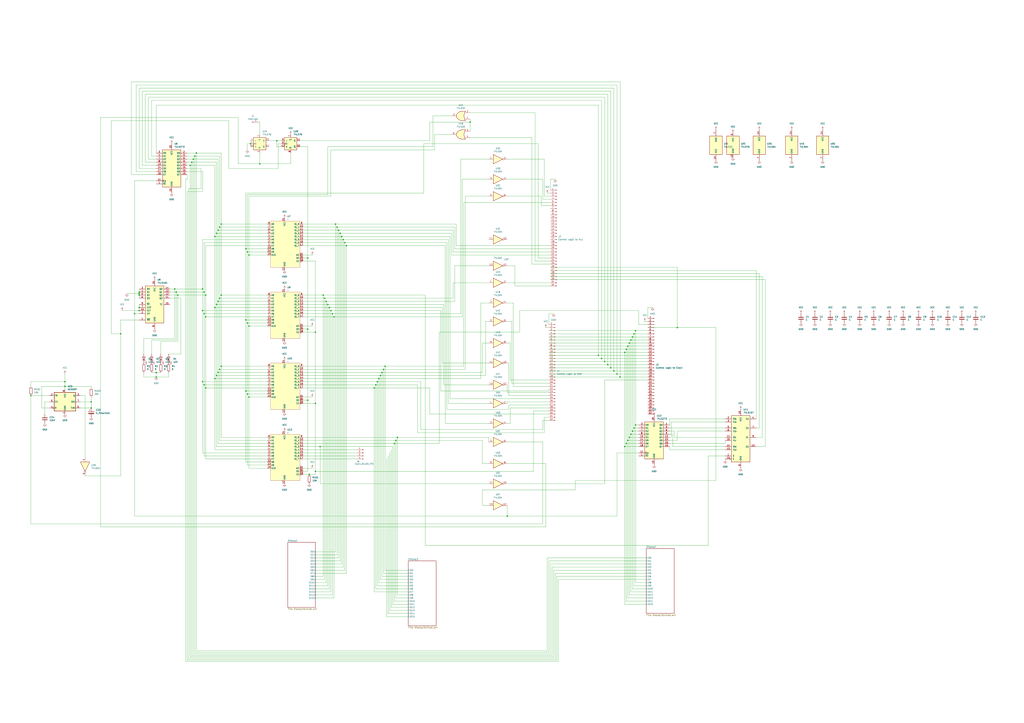
<source format=kicad_sch>
(kicad_sch (version 20231120) (generator "eeschema") (generator_version "8.0")
  (paper "A1")
  (junction (at 316.23 300.99))
  (junction (at 252.73 328.93))
  (junction (at 160.02 128.27))
  (junction (at 201.93 262.89))
  (junction (at 146.05 242.57))
  (junction (at 168.91 260.35))
  (junction (at 167.64 316.23))
  (junction (at 213.36 134.62))
  (junction (at 520.7 351.79))
  (junction (at 254 389.89))
  (junction (at 181.61 300.99))
  (junction (at 204.47 267.97))
  (junction (at 278.13 189.23))
  (junction (at 323.85 364.49))
  (junction (at 166.37 255.27))
  (junction (at 177.8 308.61))
  (junction (at 416.56 424.18))
  (junction (at 504.19 304.8))
  (junction (at 157.48 133.35))
  (junction (at 74.93 330.2))
  (junction (at 25.4 325.12))
  (junction (at 270.51 252.73))
  (junction (at 180.34 303.53))
  (junction (at 167.64 257.81))
  (junction (at 179.07 189.23))
  (junction (at 518.16 356.87))
  (junction (at 181.61 242.57))
  (junction (at 314.96 303.53))
  (junction (at 166.37 237.49))
  (junction (at 177.8 191.77))
  (junction (at 180.34 186.69))
  (junction (at 283.21 199.39))
  (junction (at 144.78 240.03))
  (junction (at 114.3 242.57))
  (junction (at 203.2 207.01))
  (junction (at 280.67 194.31))
  (junction (at 203.2 323.85))
  (junction (at 166.37 313.69))
  (junction (at 259.08 273.05))
  (junction (at 506.73 307.34))
  (junction (at 204.47 326.39))
  (junction (at 312.42 308.61))
  (junction (at 181.61 184.15))
  (junction (at 496.57 297.18))
  (junction (at 201.93 321.31))
  (junction (at 167.64 240.03))
  (junction (at 110.49 257.81))
  (junction (at 179.07 247.65))
  (junction (at 252.73 270.51))
  (junction (at 176.53 194.31))
  (junction (at 276.86 186.69))
  (junction (at 514.35 364.49))
  (junction (at 518.16 279.4))
  (junction (at 201.93 204.47))
  (junction (at 114.3 252.73))
  (junction (at 313.69 306.07))
  (junction (at 275.59 184.15))
  (junction (at 273.05 257.81))
  (junction (at 386.08 100.33))
  (junction (at 53.34 313.69))
  (junction (at 252.73 212.09))
  (junction (at 311.15 311.15))
  (junction (at 521.97 271.78))
  (junction (at 158.75 130.81))
  (junction (at 176.53 311.15))
  (junction (at 227.33 115.57))
  (junction (at 521.97 349.25))
  (junction (at 177.8 250.19))
  (junction (at 168.91 318.77))
  (junction (at 204.47 209.55))
  (junction (at 114.3 241.3))
  (junction (at 509.27 309.88))
  (junction (at 513.08 289.56))
  (junction (at 491.49 292.1))
  (junction (at 281.94 196.85))
  (junction (at 274.32 260.35))
  (junction (at 515.62 361.95))
  (junction (at 205.74 118.11))
  (junction (at 326.39 359.41))
  (junction (at 156.21 135.89))
  (junction (at 501.65 302.26))
  (junction (at 516.89 281.94))
  (junction (at 259.08 387.35))
  (junction (at 259.08 331.47))
  (junction (at 519.43 354.33))
  (junction (at 307.34 318.77))
  (junction (at 516.89 359.41))
  (junction (at 203.2 265.43))
  (junction (at 267.97 247.65))
  (junction (at 143.51 237.49))
  (junction (at 114.3 255.27))
  (junction (at 271.78 255.27))
  (junction (at 128.27 309.88))
  (junction (at 520.7 274.32))
  (junction (at 556.26 269.24))
  (junction (at 128.27 306.07))
  (junction (at 514.35 287.02))
  (junction (at 494.03 294.64))
  (junction (at 519.43 276.86))
  (junction (at 269.24 250.19))
  (junction (at 168.91 242.57))
  (junction (at 99.06 274.32))
  (junction (at 284.48 201.93))
  (junction (at 179.07 306.07))
  (junction (at 53.34 317.5))
  (junction (at 499.11 299.72))
  (junction (at 513.08 367.03))
  (junction (at 114.3 240.03))
  (junction (at 180.34 245.11))
  (junction (at 325.12 361.95))
  (junction (at 262.89 367.03))
  (junction (at 176.53 252.73))
  (junction (at 309.88 313.69))
  (junction (at 74.93 335.28))
  (junction (at 308.61 316.23))
  (junction (at 515.62 284.48))
  (junction (at 279.4 191.77))
  (junction (at 161.29 125.73))
  (junction (at 265.43 242.57))
  (junction (at 266.7 245.11))
  (wire (pts (xy 266.7 476.25) (xy 259.08 476.25)))
  (wire (pts (xy 275.59 184.15) (xy 374.65 184.15)))
  (wire (pts (xy 168.91 260.35) (xy 168.91 242.57)))
  (wire (pts (xy 246.38 120.65) (xy 252.73 120.65)))
  (wire (pts (xy 353.06 340.36) (xy 450.85 340.36)))
  (wire (pts (xy 269.24 160.02) (xy 203.2 160.02)))
  (wire (pts (xy 438.15 337.82) (xy 438.15 387.35)))
  (wire (pts (xy 458.47 476.25) (xy 458.47 543.56)))
  (wire (pts (xy 280.67 194.31) (xy 369.57 194.31)))
  (wire (pts (xy 160.02 128.27) (xy 160.02 535.94)))
  (wire (pts (xy 426.72 255.27) (xy 426.72 273.05)))
  (wire (pts (xy 420.37 264.16) (xy 420.37 314.96)))
  (wire (pts (xy 220.98 115.57) (xy 227.33 115.57)))
  (wire (pts (xy 447.04 161.29) (xy 452.12 161.29)))
  (wire (pts (xy 181.61 125.73) (xy 161.29 125.73)))
  (wire (pts (xy 284.48 471.17) (xy 259.08 471.17)))
  (wire (pts (xy 121.92 80.01) (xy 496.57 80.01)))
  (wire (pts (xy 532.13 261.62) (xy 532.13 252.73)))
  (wire (pts (xy 370.84 209.55) (xy 370.84 191.77)))
  (wire (pts (xy 273.05 488.95) (xy 259.08 488.95)))
  (wire (pts (xy 372.11 245.11) (xy 372.11 232.41)))
  (wire (pts (xy 158.75 537.21) (xy 452.12 537.21)))
  (wire (pts (xy 416.56 347.98) (xy 419.1 347.98)))
  (wire (pts (xy 148.59 290.83) (xy 148.59 245.11)))
  (wire (pts (xy 365.76 347.98) (xy 401.32 347.98)))
  (wire (pts (xy 252.73 212.09) (xy 248.92 212.09)))
  (wire (pts (xy 146.05 242.57) (xy 168.91 242.57)))
  (wire (pts (xy 551.18 346.71) (xy 595.63 346.71)))
  (wire (pts (xy 509.27 67.31) (xy 107.95 67.31)))
  (wire (pts (xy 267.97 247.65) (xy 267.97 478.79)))
  (wire (pts (xy 416.56 218.44) (xy 422.91 218.44)))
  (wire (pts (xy 417.83 325.12) (xy 450.85 325.12)))
  (wire (pts (xy 203.2 160.02) (xy 203.2 207.01)))
  (wire (pts (xy 394.97 311.15) (xy 394.97 248.92)))
  (wire (pts (xy 284.48 201.93) (xy 284.48 471.17)))
  (wire (pts (xy 353.06 100.33) (xy 386.08 100.33)))
  (wire (pts (xy 266.7 245.11) (xy 372.11 245.11)))
  (wire (pts (xy 248.92 377.19) (xy 293.37 377.19)))
  (wire (pts (xy 281.94 196.85) (xy 281.94 466.09)))
  (wire (pts (xy 416.56 161.29) (xy 444.5 161.29)))
  (wire (pts (xy 519.43 354.33) (xy 519.43 276.86)))
  (wire (pts (xy 273.05 257.81) (xy 378.46 257.81)))
  (wire (pts (xy 128.27 140.97) (xy 111.76 140.97)))
  (wire (pts (xy 549.91 369.57) (xy 595.63 369.57)))
  (wire (pts (xy 219.71 262.89) (xy 201.93 262.89)))
  (wire (pts (xy 100.33 255.27) (xy 114.3 255.27)))
  (wire (pts (xy 309.88 481.33) (xy 335.28 481.33)))
  (wire (pts (xy 518.16 356.87) (xy 518.16 486.41)))
  (wire (pts (xy 520.7 274.32) (xy 532.13 274.32)))
  (wire (pts (xy 278.13 458.47) (xy 259.08 458.47)))
  (wire (pts (xy 317.5 506.73) (xy 335.28 506.73)))
  (wire (pts (xy 396.24 402.59) (xy 396.24 415.29)))
  (wire (pts (xy 132.08 290.83) (xy 132.08 280.67)))
  (wire (pts (xy 114.3 138.43) (xy 128.27 138.43)))
  (wire (pts (xy 316.23 300.99) (xy 381 300.99)))
  (wire (pts (xy 124.46 82.55) (xy 124.46 128.27)))
  (wire (pts (xy 365.76 201.93) (xy 365.76 347.98)))
  (wire (pts (xy 416.56 363.22) (xy 445.77 363.22)))
  (wire (pts (xy 25.4 313.69) (xy 53.34 313.69)))
  (wire (pts (xy 124.46 306.07) (xy 128.27 306.07)))
  (wire (pts (xy 167.64 374.65) (xy 167.64 316.23)))
  (wire (pts (xy 422.91 234.95) (xy 452.12 234.95)))
  (wire (pts (xy 457.2 473.71) (xy 530.86 473.71)))
  (wire (pts (xy 355.6 120.65) (xy 269.24 120.65)))
  (wire (pts (xy 549.91 356.87) (xy 552.45 356.87)))
  (wire (pts (xy 381 166.37) (xy 452.12 166.37)))
  (wire (pts (xy 421.64 317.5) (xy 450.85 317.5)))
  (wire (pts (xy 530.86 466.09) (xy 453.39 466.09)))
  (wire (pts (xy 386.08 100.33) (xy 386.08 107.95)))
  (wire (pts (xy 368.3 196.85) (xy 368.3 331.47)))
  (wire (pts (xy 595.63 364.49) (xy 595.63 361.95)))
  (wire (pts (xy 370.84 95.25) (xy 355.6 95.25)))
  (wire (pts (xy 195.58 96.52) (xy 195.58 134.62)))
  (wire (pts (xy 168.91 201.93) (xy 219.71 201.93)))
  (wire (pts (xy 107.95 143.51) (xy 128.27 143.51)))
  (wire (pts (xy 369.57 194.31) (xy 369.57 327.66)))
  (wire (pts (xy 66.04 325.12) (xy 69.85 325.12)))
  (wire (pts (xy 450.85 257.81) (xy 454.66 257.81)))
  (wire (pts (xy 532.13 269.24) (xy 556.26 269.24)))
  (wire (pts (xy 219.71 321.31) (xy 201.93 321.31)))
  (wire (pts (xy 532.13 276.86) (xy 519.43 276.86)))
  (wire (pts (xy 270.51 483.87) (xy 259.08 483.87)))
  (wire (pts (xy 445.77 353.06) (xy 445.77 345.44)))
  (wire (pts (xy 161.29 125.73) (xy 153.67 125.73)))
  (wire (pts (xy 454.66 539.75) (xy 454.66 468.63)))
  (wire (pts (xy 66.04 335.28) (xy 74.93 335.28)))
  (wire (pts (xy 212.09 100.33) (xy 213.36 100.33)))
  (wire (pts (xy 180.34 186.69) (xy 180.34 128.27)))
  (wire (pts (xy 450.85 307.34) (xy 506.73 307.34)))
  (wire (pts (xy 553.72 354.33) (xy 549.91 354.33)))
  (wire (pts (xy 450.85 535.94) (xy 160.02 535.94)))
  (wire (pts (xy 524.51 266.7) (xy 524.51 255.27)))
  (wire (pts (xy 347.98 158.75) (xy 201.93 158.75)))
  (wire (pts (xy 248.92 250.19) (xy 269.24 250.19)))
  (wire (pts (xy 176.53 311.15) (xy 219.71 311.15)))
  (wire (pts (xy 238.76 134.62) (xy 213.36 134.62)))
  (wire (pts (xy 416.56 331.47) (xy 416.56 330.2)))
  (wire (pts (xy 532.13 287.02) (xy 514.35 287.02)))
  (wire (pts (xy 416.56 322.58) (xy 450.85 322.58)))
  (wire (pts (xy 499.11 299.72) (xy 532.13 299.72)))
  (wire (pts (xy 179.07 306.07) (xy 179.07 247.65)))
  (wire (pts (xy 450.85 309.88) (xy 509.27 309.88)))
  (wire (pts (xy 416.56 248.92) (xy 421.64 248.92)))
  (wire (pts (xy 74.93 317.5) (xy 53.34 317.5)))
  (wire (pts (xy 325.12 361.95) (xy 396.24 361.95)))
  (wire (pts (xy 386.08 100.33) (xy 386.08 97.79)))
  (wire (pts (xy 621.03 359.41) (xy 626.11 359.41)))
  (wire (pts (xy 494.03 82.55) (xy 494.03 294.64)))
  (wire (pts (xy 248.92 255.27) (xy 271.78 255.27)))
  (wire (pts (xy 204.47 326.39) (xy 204.47 384.81)))
  (wire (pts (xy 110.49 257.81) (xy 110.49 148.59)))
  (wire (pts (xy 114.3 237.49) (xy 114.3 240.03)))
  (wire (pts (xy 326.39 359.41) (xy 326.39 488.95)))
  (wire (pts (xy 416.56 147.32) (xy 445.77 147.32)))
  (wire (pts (xy 595.63 344.17) (xy 549.91 344.17)))
  (wire (pts (xy 204.47 209.55) (xy 204.47 267.97)))
  (wire (pts (xy 556.26 219.71) (xy 556.26 269.24)))
  (wire (pts (xy 449.58 158.75) (xy 452.12 158.75)))
  (wire (pts (xy 252.73 387.35) (xy 248.92 387.35)))
  (wire (pts (xy 532.13 266.7) (xy 524.51 266.7)))
  (wire (pts (xy 382.27 303.53) (xy 382.27 161.29)))
  (wire (pts (xy 179.07 247.65) (xy 179.07 189.23)))
  (wire (pts (xy 450.85 321.31) (xy 450.85 320.04)))
  (wire (pts (xy 119.38 77.47) (xy 119.38 133.35)))
  (wire (pts (xy 283.21 199.39) (xy 283.21 468.63)))
  (wire (pts (xy 179.07 306.07) (xy 219.71 306.07)))
  (wire (pts (xy 53.34 317.5) (xy 53.34 320.04)))
  (wire (pts (xy 219.71 382.27) (xy 203.2 382.27)))
  (wire (pts (xy 181.61 242.57) (xy 219.71 242.57)))
  (wire (pts (xy 472.44 394.97) (xy 588.01 394.97)))
  (wire (pts (xy 521.97 478.79) (xy 530.86 478.79)))
  (wire (pts (xy 271.78 161.29) (xy 204.47 161.29)))
  (wire (pts (xy 114.3 241.3) (xy 114.3 242.57)))
  (wire (pts (xy 248.92 184.15) (xy 275.59 184.15)))
  (wire (pts (xy 444.5 168.91) (xy 452.12 168.91)))
  (wire (pts (xy 378.46 130.81) (xy 401.32 130.81)))
  (wire (pts (xy 513.08 367.03) (xy 513.08 289.56)))
  (wire (pts (xy 450.85 337.82) (xy 438.15 337.82)))
  (wire (pts (xy 396.24 281.94) (xy 401.32 281.94)))
  (wire (pts (xy 419.1 347.98) (xy 419.1 335.28)))
  (wire (pts (xy 265.43 242.57) (xy 265.43 473.71)))
  (wire (pts (xy 156.21 135.89) (xy 156.21 539.75)))
  (wire (pts (xy 595.63 359.41) (xy 553.72 359.41)))
  (wire (pts (xy 361.95 255.27) (xy 361.95 321.31)))
  (wire (pts (xy 450.85 271.78) (xy 521.97 271.78)))
  (wire (pts (xy 248.92 331.47) (xy 259.08 331.47)))
  (wire (pts (xy 452.12 217.17) (xy 436.88 217.17)))
  (wire (pts (xy 124.46 290.83) (xy 124.46 279.4)))
  (wire (pts (xy 118.11 278.13) (xy 143.51 278.13)))
  (wire (pts (xy 269.24 250.19) (xy 364.49 250.19)))
  (wire (pts (xy 248.92 306.07) (xy 313.69 306.07)))
  (wire (pts (xy 177.8 308.61) (xy 219.71 308.61)))
  (wire (pts (xy 345.44 353.06) (xy 445.77 353.06)))
  (wire (pts (xy 204.47 267.97) (xy 219.71 267.97)))
  (wire (pts (xy 499.11 77.47) (xy 499.11 299.72)))
  (wire (pts (xy 452.12 227.33) (xy 626.11 227.33)))
  (wire (pts (xy 204.47 161.29) (xy 204.47 209.55)))
  (wire (pts (xy 416.56 330.2) (xy 450.85 330.2)))
  (wire (pts (xy 381 300.99) (xy 381 166.37)))
  (wire (pts (xy 514.35 494.03) (xy 530.86 494.03)))
  (wire (pts (xy 205.74 115.57) (xy 205.74 118.11)))
  (wire (pts (xy 364.49 250.19) (xy 364.49 316.23)))
  (wire (pts (xy 353.06 318.77) (xy 353.06 340.36)))
  (wire (pts (xy 227.33 120.65) (xy 227.33 115.57)))
  (wire (pts (xy 219.71 374.65) (xy 167.64 374.65)))
  (wire (pts (xy 309.88 313.69) (xy 345.44 313.69)))
  (wire (pts (xy 176.53 194.31) (xy 176.53 135.89)))
  (wire (pts (xy 325.12 491.49) (xy 335.28 491.49)))
  (wire (pts (xy 180.34 245.11) (xy 219.71 245.11)))
  (wire (pts (xy 496.57 80.01) (xy 496.57 297.18)))
  (wire (pts (xy 450.85 304.8) (xy 504.19 304.8)))
  (wire (pts (xy 372.11 207.01) (xy 452.12 207.01)))
  (wire (pts (xy 515.62 284.48) (xy 532.13 284.48)))
  (wire (pts (xy 34.29 335.28) (xy 40.64 335.28)))
  (wire (pts (xy 445.77 345.44) (xy 450.85 345.44)))
  (wire (pts (xy 416.56 130.81) (xy 447.04 130.81)))
  (wire (pts (xy 447.04 342.9) (xy 450.85 342.9)))
  (wire (pts (xy 349.25 448.31) (xy 349.25 242.57)))
  (wire (pts (xy 271.78 123.19) (xy 271.78 161.29)))
  (wire (pts (xy 204.47 267.97) (xy 204.47 326.39)))
  (wire (pts (xy 370.84 110.49) (xy 356.87 110.49)))
  (wire (pts (xy 308.61 483.87) (xy 335.28 483.87)))
  (wire (pts (xy 176.53 135.89) (xy 156.21 135.89)))
  (wire (pts (xy 248.92 361.95) (xy 325.12 361.95)))
  (wire (pts (xy 450.85 302.26) (xy 501.65 302.26)))
  (wire (pts (xy 177.8 250.19) (xy 219.71 250.19)))
  (wire (pts (xy 356.87 110.49) (xy 356.87 123.19)))
  (wire (pts (xy 179.07 189.23) (xy 219.71 189.23)))
  (wire (pts (xy 248.92 313.69) (xy 309.88 313.69)))
  (wire (pts (xy 509.27 309.88) (xy 532.13 309.88)))
  (wire (pts (xy 99.06 274.32) (xy 99.06 262.89)))
  (wire (pts (xy 532.13 271.78) (xy 521.97 271.78)))
  (wire (pts (xy 168.91 377.19) (xy 168.91 318.77)))
  (wire (pts (xy 227.33 115.57) (xy 231.14 115.57)))
  (wire (pts (xy 114.3 242.57) (xy 114.3 245.11)))
  (wire (pts (xy 323.85 364.49) (xy 360.68 364.49)))
  (wire (pts (xy 519.43 354.33) (xy 519.43 483.87)))
  (wire (pts (xy 267.97 247.65) (xy 373.38 247.65)))
  (wire (pts (xy 271.78 255.27) (xy 361.95 255.27)))
  (wire (pts (xy 556.26 354.33) (xy 595.63 354.33)))
  (wire (pts (xy 308.61 316.23) (xy 308.61 483.87)))
  (wire (pts (xy 121.92 130.81) (xy 121.92 80.01)))
  (wire (pts (xy 532.13 252.73) (xy 535.94 252.73)))
  (wire (pts (xy 373.38 247.65) (xy 373.38 218.44)))
  (wire (pts (xy 82.55 96.52) (xy 195.58 96.52)))
  (wire (pts (xy 452.12 463.55) (xy 530.86 463.55)))
  (wire (pts (xy 472.44 394.97) (xy 472.44 402.59)))
  (wire (pts (xy 187.96 99.06) (xy 91.44 99.06)))
  (wire (pts (xy 248.92 318.77) (xy 307.34 318.77)))
  (wire (pts (xy 311.15 311.15) (xy 394.97 311.15)))
  (wire (pts (xy 452.12 147.32) (xy 455.93 147.32)))
  (wire (pts (xy 248.92 303.53) (xy 314.96 303.53)))
  (wire (pts (xy 361.95 321.31) (xy 450.85 321.31)))
  (wire (pts (xy 313.69 473.71) (xy 335.28 473.71)))
  (wire (pts (xy 419.1 281.94) (xy 419.1 312.42)))
  (wire (pts (xy 518.16 356.87) (xy 518.16 279.4)))
  (wire (pts (xy 262.89 367.03) (xy 322.58 367.03)))
  (wire (pts (xy 179.07 364.49) (xy 219.71 364.49)))
  (wire (pts (xy 248.92 384.81) (xy 256.54 384.81)))
  (wire (pts (xy 452.12 204.47) (xy 373.38 204.47)))
  (wire (pts (xy 353.06 115.57) (xy 353.06 100.33)))
  (wire (pts (xy 259.08 389.89) (xy 254 389.89)))
  (wire (pts (xy 128.27 86.36) (xy 491.49 86.36)))
  (wire (pts (xy 379.73 260.35) (xy 379.73 147.32)))
  (wire (pts (xy 203.2 382.27) (xy 203.2 323.85)))
  (wire (pts (xy 25.4 430.53) (xy 445.77 430.53)))
  (wire (pts (xy 532.13 292.1) (xy 491.49 292.1)))
  (wire (pts (xy 401.32 397.51) (xy 262.89 397.51)))
  (wire (pts (xy 450.85 294.64) (xy 494.03 294.64)))
  (wire (pts (xy 177.8 191.77) (xy 177.8 133.35)))
  (wire (pts (xy 416.56 316.23) (xy 416.56 322.58)))
  (wire (pts (xy 416.56 281.94) (xy 419.1 281.94)))
  (wire (pts (xy 231.14 120.65) (xy 227.33 120.65)))
  (wire (pts (xy 426.72 273.05) (xy 360.68 273.05)))
  (wire (pts (xy 450.85 266.7) (xy 450.85 257.81)))
  (wire (pts (xy 372.11 189.23) (xy 372.11 207.01)))
  (wire (pts (xy 25.4 325.12) (xy 40.64 325.12)))
  (wire (pts (xy 248.92 308.61) (xy 312.42 308.61)))
  (wire (pts (xy 248.92 209.55) (xy 256.54 209.55)))
  (wire (pts (xy 313.69 306.07) (xy 313.69 473.71)))
  (wire (pts (xy 419.1 335.28) (xy 450.85 335.28)))
  (wire (pts (xy 449.58 534.67) (xy 449.58 458.47)))
  (wire (pts (xy 321.31 369.57) (xy 321.31 499.11)))
  (wire (pts (xy 372.11 232.41) (xy 401.32 232.41)))
  (wire (pts (xy 530.86 461.01) (xy 450.85 461.01)))
  (wire (pts (xy 452.12 214.63) (xy 439.42 214.63)))
  (wire (pts (xy 138.43 309.88) (xy 128.27 309.88)))
  (wire (pts (xy 416.56 415.29) (xy 416.56 424.18)))
  (wire (pts (xy 322.58 367.03) (xy 322.58 496.57)))
  (wire (pts (xy 238.76 125.73) (xy 238.76 134.62)))
  (wire (pts (xy 248.92 194.31) (xy 280.67 194.31)))
  (wire (pts (xy 69.85 391.16) (xy 99.06 391.16)))
  (wire (pts (xy 152.4 543.56) (xy 152.4 147.32)))
  (wire (pts (xy 595.63 377.19) (xy 595.63 378.46)))
  (wire (pts (xy 532.13 281.94) (xy 516.89 281.94)))
  (wire (pts (xy 398.78 308.61) (xy 398.78 264.16)))
  (wire (pts (xy 276.86 455.93) (xy 259.08 455.93)))
  (wire (pts (xy 275.59 453.39) (xy 259.08 453.39)))
  (wire (pts (xy 530.86 471.17) (xy 455.93 471.17)))
  (wire (pts (xy 308.61 316.23) (xy 342.9 316.23)))
  (wire (pts (xy 356.87 123.19) (xy 271.78 123.19)))
  (wire (pts (xy 219.71 379.73) (xy 201.93 379.73)))
  (wire (pts (xy 177.8 367.03) (xy 219.71 367.03)))
  (wire (pts (xy 110.49 424.18) (xy 416.56 424.18)))
  (wire (pts (xy 279.4 461.01) (xy 259.08 461.01)))
  (wire (pts (xy 201.93 262.89) (xy 201.93 204.47)))
  (wire (pts (xy 553.72 359.41) (xy 553.72 354.33)))
  (wire (pts (xy 513.08 367.03) (xy 524.51 367.03)))
  (wire (pts (xy 441.96 118.11) (xy 347.98 118.11)))
  (wire (pts (xy 262.89 397.51) (xy 262.89 367.03)))
  (wire (pts (xy 436.88 113.03) (xy 386.08 113.03)))
  (wire (pts (xy 248.92 257.81) (xy 273.05 257.81)))
  (wire (pts (xy 128.27 130.81) (xy 121.92 130.81)))
  (wire (pts (xy 116.84 135.89) (xy 116.84 74.93)))
  (wire (pts (xy 157.48 538.48) (xy 157.48 133.35)))
  (wire (pts (xy 394.97 248.92) (xy 401.32 248.92)))
  (wire (pts (xy 279.4 191.77) (xy 370.84 191.77)))
  (wire (pts (xy 521.97 349.25) (xy 524.51 349.25)))
  (wire (pts (xy 532.13 289.56) (xy 513.08 289.56)))
  (wire (pts (xy 452.12 219.71) (xy 556.26 219.71)))
  (wire (pts (xy 326.39 359.41) (xy 401.32 359.41)))
  (wire (pts (xy 166.37 237.49) (xy 166.37 196.85)))
  (wire (pts (xy 516.89 359.41) (xy 516.89 488.95)))
  (wire (pts (xy 111.76 69.85) (xy 506.73 69.85)))
  (wire (pts (xy 36.83 340.36) (xy 36.83 330.2)))
  (wire (pts (xy 248.92 260.35) (xy 274.32 260.35)))
  (wire (pts (xy 248.92 364.49) (xy 323.85 364.49)))
  (wire (pts (xy 549.91 344.17) (xy 549.91 349.25)))
  (wire (pts (xy 514.35 364.49) (xy 524.51 364.49)))
  (wire (pts (xy 139.7 237.49) (xy 143.51 237.49)))
  (wire (pts (xy 494.03 82.55) (xy 124.46 82.55)))
  (wire (pts (xy 506.73 372.11) (xy 524.51 372.11)))
  (wire (pts (xy 153.67 157.48) (xy 153.67 542.29)))
  (wire (pts (xy 228.6 138.43) (xy 187.96 138.43)))
  (wire (pts (xy 452.12 224.79) (xy 623.57 224.79)))
  (wire (pts (xy 248.92 242.57) (xy 265.43 242.57)))
  (wire (pts (xy 166.37 255.27) (xy 166.37 237.49)))
  (wire (pts (xy 138.43 306.07) (xy 138.43 309.88)))
  (wire (pts (xy 69.85 325.12) (xy 69.85 375.92)))
  (wire (pts (xy 452.12 156.21) (xy 452.12 147.32)))
  (wire (pts (xy 556.26 361.95) (xy 556.26 354.33)))
  (wire (pts (xy 153.67 542.29) (xy 457.2 542.29)))
  (wire (pts (xy 417.83 332.74) (xy 417.83 336.55)))
  (wire (pts (xy 506.73 69.85) (xy 506.73 307.34)))
  (wire (pts (xy 317.5 377.19) (xy 317.5 506.73)))
  (wire (pts (xy 248.92 311.15) (xy 311.15 311.15)))
  (wire (pts (xy 276.86 186.69) (xy 373.38 186.69)))
  (wire (pts (xy 176.53 194.31) (xy 219.71 194.31)))
  (wire (pts (xy 181.61 242.57) (xy 181.61 184.15)))
  (wire (pts (xy 248.92 369.57) (xy 293.37 369.57)))
  (wire (pts (xy 448.31 433.07) (xy 82.55 433.07)))
  (wire (pts (xy 248.92 214.63) (xy 259.08 214.63)))
  (wire (pts (xy 532.13 312.42) (xy 496.57 312.42)))
  (wire (pts (xy 265.43 473.71) (xy 259.08 473.71)))
  (wire (pts (xy 248.92 316.23) (xy 308.61 316.23)))
  (wire (pts (xy 323.85 364.49) (xy 323.85 494.03)))
  (wire (pts (xy 110.49 257.81) (xy 110.49 424.18)))
  (wire (pts (xy 91.44 274.32) (xy 99.06 274.32)))
  (wire (pts (xy 516.89 281.94) (xy 450.85 281.94)))
  (wire (pts (xy 281.94 466.09) (xy 259.08 466.09)))
  (wire (pts (xy 177.8 367.03) (xy 177.8 308.61)))
  (wire (pts (xy 278.13 189.23) (xy 278.13 458.47)))
  (wire (pts (xy 355.6 95.25) (xy 355.6 120.65)))
  (wire (pts (xy 283.21 468.63) (xy 259.08 468.63)))
  (wire (pts (xy 248.92 374.65) (xy 293.37 374.65)))
  (wire (pts (xy 91.44 99.06) (xy 91.44 274.32)))
  (wire (pts (xy 265.43 242.57) (xy 349.25 242.57)))
  (wire (pts (xy 248.92 359.41) (xy 326.39 359.41)))
  (wire (pts (xy 180.34 303.53) (xy 180.34 245.11)))
  (wire (pts (xy 421.64 248.92) (xy 421.64 317.5)))
  (wire (pts (xy 219.71 372.11) (xy 166.37 372.11)))
  (wire (pts (xy 450.85 274.32) (xy 520.7 274.32)))
  (wire (pts (xy 276.86 186.69) (xy 276.86 455.93)))
  (wire (pts (xy 368.3 331.47) (xy 401.32 331.47)))
  (wire (pts (xy 374.65 184.15) (xy 374.65 201.93)))
  (wire (pts (xy 360.68 273.05) (xy 360.68 364.49)))
  (wire (pts (xy 228.6 118.11) (xy 228.6 138.43)))
  (wire (pts (xy 373.38 204.47) (xy 373.38 186.69)))
  (wire (pts (xy 458.47 543.56) (xy 152.4 543.56)))
  (wire (pts (xy 311.15 311.15) (xy 311.15 478.79)))
  (wire (pts (xy 36.83 330.2) (xy 40.64 330.2)))
  (wire (pts (xy 219.71 316.23) (xy 167.64 316.23)))
  (wire (pts (xy 25.4 325.12) (xy 25.4 430.53)))
  (wire (pts (xy 513.08 367.03) (xy 513.08 496.57)))
  (wire (pts (xy 312.42 476.25) (xy 335.28 476.25)))
  (wire (pts (xy 271.78 255.27) (xy 271.78 486.41)))
  (wire (pts (xy 448.31 381) (xy 448.31 433.07)))
  (wire (pts (xy 219.71 377.19) (xy 168.91 377.19)))
  (wire (pts (xy 179.07 364.49) (xy 179.07 306.07)))
  (wire (pts (xy 118.11 306.07) (xy 118.11 309.88)))
  (wire (pts (xy 422.91 218.44) (xy 422.91 234.95)))
  (wire (pts (xy 213.36 100.33) (xy 213.36 110.49)))
  (wire (pts (xy 180.34 186.69) (xy 219.71 186.69)))
  (wire (pts (xy 373.38 218.44) (xy 401.32 218.44)))
  (wire (pts (xy 201.93 321.31) (xy 201.93 262.89)))
  (wire (pts (xy 201.93 204.47) (xy 219.71 204.47)))
  (wire (pts (xy 273.05 257.81) (xy 273.05 488.95)))
  (wire (pts (xy 167.64 257.81) (xy 167.64 316.23)))
  (wire (pts (xy 316.23 300.99) (xy 316.23 468.63)))
  (wire (pts (xy 165.1 138.43) (xy 153.67 138.43)))
  (wire (pts (xy 274.32 260.35) (xy 274.32 491.49)))
  (wire (pts (xy 99.06 391.16) (xy 99.06 274.32)))
  (wire (pts (xy 284.48 201.93) (xy 365.76 201.93)))
  (wire (pts (xy 116.84 74.93) (xy 501.65 74.93)))
  (wire (pts (xy 252.73 328.93) (xy 248.92 328.93)))
  (wire (pts (xy 501.65 302.26) (xy 532.13 302.26)))
  (wire (pts (xy 203.2 207.01) (xy 219.71 207.01)))
  (wire (pts (xy 153.67 140.97) (xy 166.37 140.97)))
  (wire (pts (xy 452.12 212.09) (xy 441.96 212.09)))
  (wire (pts (xy 530.86 476.25) (xy 458.47 476.25)))
  (wire (pts (xy 177.8 308.61) (xy 177.8 250.19)))
  (wire (pts (xy 398.78 264.16) (xy 401.32 264.16)))
  (wire (pts (xy 128.27 125.73) (xy 128.27 86.36)))
  (wire (pts (xy 529.59 264.16) (xy 532.13 264.16)))
  (wire (pts (xy 176.53 252.73) (xy 219.71 252.73)))
  (wire (pts (xy 158.75 130.81) (xy 158.75 537.21)))
  (wire (pts (xy 588.01 269.24) (xy 588.01 394.97)))
  (wire (pts (xy 453.39 538.48) (xy 157.48 538.48)))
  (wire (pts (xy 518.16 279.4) (xy 532.13 279.4)))
  (wire (pts (xy 219.71 265.43) (xy 203.2 265.43)))
  (wire (pts (xy 280.67 194.31) (xy 280.67 463.55)))
  (wire (pts (xy 532.13 297.18) (xy 496.57 297.18)))
  (wire (pts (xy 144.78 240.03) (xy 167.64 240.03)))
  (wire (pts (xy 450.85 299.72) (xy 499.11 299.72)))
  (wire (pts (xy 181.61 184.15) (xy 181.61 125.73)))
  (wire (pts (xy 181.61 300.99) (xy 219.71 300.99)))
  (wire (pts (xy 322.58 496.57) (xy 335.28 496.57)))
  (wire (pts (xy 314.96 303.53) (xy 314.96 471.17)))
  (wire (pts (xy 312.42 308.61) (xy 312.42 476.25)))
  (wire (pts (xy 345.44 313.69) (xy 345.44 353.06)))
  (wire (pts (xy 205.74 118.11) (xy 205.74 120.65)))
  (wire (pts (xy 143.51 278.13) (xy 143.51 237.49)))
  (wire (pts (xy 180.34 128.27) (xy 160.02 128.27)))
  (wire (pts (xy 82.55 433.07) (xy 82.55 96.52)))
  (wire (pts (xy 53.34 307.34) (xy 53.34 313.69)))
  (wire (pts (xy 419.1 312.42) (xy 450.85 312.42)))
  (wire (pts (xy 154.94 541.02) (xy 154.94 154.94)))
  (wire (pts (xy 119.38 133.35) (xy 128.27 133.35)))
  (wire (pts (xy 248.92 196.85) (xy 281.94 196.85)))
  (wire (pts (xy 181.61 184.15) (xy 219.71 184.15)))
  (wire (pts (xy 496.57 312.42) (xy 496.57 397.51)))
  (wire (pts (xy 549.91 351.79) (xy 595.63 351.79)))
  (wire (pts (xy 248.92 191.77) (xy 279.4 191.77)))
  (wire (pts (xy 74.93 318.77) (xy 74.93 317.5)))
  (wire (pts (xy 156.21 539.75) (xy 454.66 539.75)))
  (wire (pts (xy 252.73 328.93) (xy 252.73 387.35)))
  (wire (pts (xy 248.92 199.39) (xy 283.21 199.39)))
  (wire (pts (xy 269.24 481.33) (xy 259.08 481.33)))
  (wire (pts (xy 506.73 372.11) (xy 506.73 424.18)))
  (wire (pts (xy 248.92 186.69) (xy 276.86 186.69)))
  (wire (pts (xy 378.46 257.81) (xy 378.46 130.81)))
  (wire (pts (xy 114.3 72.39) (xy 114.3 138.43)))
  (wire (pts (xy 396.24 306.07) (xy 396.24 281.94)))
  (wire (pts (xy 165.1 154.94) (xy 165.1 138.43)))
  (wire (pts (xy 219.71 323.85) (xy 203.2 323.85)))
  (wire (pts (xy 248.92 273.05) (xy 259.08 273.05)))
  (wire (pts (xy 374.65 201.93) (xy 452.12 201.93)))
  (wire (pts (xy 396.24 361.95) (xy 396.24 381)))
  (wire (pts (xy 439.42 92.71) (xy 439.42 214.63)))
  (wire (pts (xy 516.89 359.41) (xy 516.89 281.94)))
  (wire (pts (xy 166.37 313.69) (xy 166.37 255.27)))
  (wire (pts (xy 176.53 252.73) (xy 176.53 194.31)))
  (wire (pts (xy 204.47 384.81) (xy 219.71 384.81)))
  (wire (pts (xy 441.96 212.09) (xy 441.96 118.11)))
  (wire (pts (xy 166.37 372.11) (xy 166.37 313.69)))
  (wire (pts (xy 161.29 125.73) (xy 161.29 534.67)))
  (wire (pts (xy 581.66 374.65) (xy 581.66 448.31)))
  (wire (pts (xy 148.59 245.11) (xy 139.7 245.11)))
  (wire (pts (xy 318.77 374.65) (xy 318.77 504.19)))
  (wire (pts (xy 124.46 279.4) (xy 144.78 279.4)))
  (wire (pts (xy 316.23 468.63) (xy 335.28 468.63)))
  (wire (pts (xy 513.08 496.57) (xy 530.86 496.57)))
  (wire (pts (xy 252.73 270.51) (xy 252.73 328.93)))
  (wire (pts (xy 556.26 269.24) (xy 588.01 269.24)))
  (wire (pts (xy 283.21 199.39) (xy 367.03 199.39)))
  (wire (pts (xy 246.38 115.57) (xy 353.06 115.57)))
  (wire (pts (xy 166.37 196.85) (xy 219.71 196.85)))
  (wire (pts (xy 472.44 402.59) (xy 396.24 402.59)))
  (wire (pts (xy 139.7 242.57) (xy 146.05 242.57)))
  (wire (pts (xy 439.42 92.71) (xy 386.08 92.71)))
  (wire (pts (xy 279.4 191.77) (xy 279.4 461.01)))
  (wire (pts (xy 449.58 458.47) (xy 530.86 458.47)))
  (wire (pts (xy 420.37 314.96) (xy 450.85 314.96)))
  (wire (pts (xy 275.59 184.15) (xy 275.59 453.39)))
  (wire (pts (xy 187.96 138.43) (xy 187.96 99.06)))
  (wire (pts (xy 278.13 189.23) (xy 372.11 189.23)))
  (wire (pts (xy 307.34 486.41) (xy 335.28 486.41)))
  (wire (pts (xy 518.16 486.41) (xy 530.86 486.41)))
  (wire (pts (xy 248.92 245.11) (xy 266.7 245.11)))
  (wire (pts (xy 144.78 279.4) (xy 144.78 240.03)))
  (wire (pts (xy 515.62 361.95) (xy 524.51 361.95)))
  (wire (pts (xy 450.85 289.56) (xy 513.08 289.56)))
  (wire (pts (xy 259.08 331.47) (xy 259.08 387.35)))
  (wire (pts (xy 621.03 344.17) (xy 621.03 222.25)))
  (wire (pts (xy 152.4 147.32) (xy 153.67 147.32)))
  (wire (pts (xy 454.66 468.63) (xy 530.86 468.63)))
  (wire (pts (xy 519.43 276.86) (xy 450.85 276.86)))
  (wire (pts (xy 104.14 241.3) (xy 114.3 241.3)))
  (wire (pts (xy 516.89 488.95) (xy 530.86 488.95)))
  (wire (pts (xy 269.24 250.19) (xy 269.24 481.33)))
  (wire (pts (xy 342.9 316.23) (xy 342.9 355.6)))
  (wire (pts (xy 248.92 326.39) (xy 256.54 326.39)))
  (wire (pts (xy 515.62 361.95) (xy 515.62 491.49)))
  (wire (pts (xy 179.07 130.81) (xy 158.75 130.81)))
  (wire (pts (xy 515.62 361.95) (xy 515.62 284.48)))
  (wire (pts (xy 367.03 336.55) (xy 367.03 199.39)))
  (wire (pts (xy 347.98 118.11) (xy 347.98 158.75)))
  (wire (pts (xy 514.35 364.49) (xy 514.35 287.02)))
  (wire (pts (xy 325.12 361.95) (xy 325.12 491.49)))
  (wire (pts (xy 416.56 264.16) (xy 420.37 264.16)))
  (wire (pts (xy 143.51 237.49) (xy 166.37 237.49)))
  (wire (pts (xy 447.04 130.81) (xy 447.04 161.29)))
  (wire (pts (xy 452.12 229.87) (xy 628.65 229.87)))
  (wire (pts (xy 204.47 326.39) (xy 219.71 326.39)))
  (wire (pts (xy 161.29 534.67) (xy 449.58 534.67)))
  (wire (pts (xy 521.97 349.25) (xy 521.97 478.79)))
  (wire (pts (xy 416.56 232.41) (xy 452.12 232.41)))
  (wire (pts (xy 552.45 356.87) (xy 552.45 367.03)))
  (wire (pts (xy 146.05 280.67) (xy 146.05 242.57)))
  (wire (pts (xy 124.46 128.27) (xy 128.27 128.27)))
  (wire (pts (xy 219.71 209.55) (xy 204.47 209.55)))
  (wire (pts (xy 453.39 466.09) (xy 453.39 538.48)))
  (wire (pts (xy 111.76 140.97) (xy 111.76 69.85)))
  (wire (pts (xy 504.19 304.8) (xy 532.13 304.8)))
  (wire (pts (xy 450.85 279.4) (xy 518.16 279.4)))
  (wire (pts (xy 314.96 303.53) (xy 382.27 303.53)))
  (wire (pts (xy 167.64 240.03) (xy 167.64 257.81)))
  (wire (pts (xy 450.85 461.01) (xy 450.85 535.94)))
  (wire (pts (xy 201.93 379.73) (xy 201.93 321.31)))
  (wire (pts (xy 195.58 134.62) (xy 213.36 134.62)))
  (wire (pts (xy 396.24 415.29) (xy 401.32 415.29)))
  (wire (pts (xy 320.04 372.11) (xy 320.04 501.65)))
  (wire (pts (xy 114.3 240.03) (xy 114.3 241.3)))
  (wire (pts (xy 157.48 133.35) (xy 153.67 133.35)))
  (wire (pts (xy 252.73 120.65) (xy 252.73 212.09)))
  (wire (pts (xy 132.08 280.67) (xy 146.05 280.67)))
  (wire (pts (xy 177.8 191.77) (xy 219.71 191.77)))
  (wire (pts (xy 501.65 74.93) (xy 501.65 302.26)))
  (wire (pts (xy 549.91 361.95) (xy 556.26 361.95)))
  (wire (pts (xy 166.37 157.48) (xy 153.67 157.48)))
  (wire (pts (xy 156.21 135.89) (xy 153.67 135.89)))
  (wire (pts (xy 168.91 318.77) (xy 168.91 260.35)))
  (wire (pts (xy 318.77 504.19) (xy 335.28 504.19)))
  (wire (pts (xy 139.7 240.03) (xy 144.78 240.03)))
  (wire (pts (xy 549.91 364.49) (xy 595.63 364.49)))
  (wire (pts (xy 262.89 367.03) (xy 248.92 367.03)))
  (wire (pts (xy 416.56 298.45) (xy 417.83 298.45)))
  (wire (pts (xy 270.51 252.73) (xy 270.51 483.87)))
  (wire (pts (xy 491.49 86.36) (xy 491.49 292.1)))
  (wire (pts (xy 314.96 471.17) (xy 335.28 471.17)))
  (wire (pts (xy 99.06 262.89) (xy 114.3 262.89)))
  (wire (pts (xy 520.7 351.79) (xy 524.51 351.79)))
  (wire (pts (xy 445.77 363.22) (xy 445.77 430.53)))
  (wire (pts (xy 448.31 269.24) (xy 450.85 269.24)))
  (wire (pts (xy 74.93 330.2) (xy 74.93 326.39)))
  (wire (pts (xy 254 389.89) (xy 248.92 389.89)))
  (wire (pts (xy 457.2 542.29) (xy 457.2 473.71)))
  (wire (pts (xy 382.27 161.29) (xy 401.32 161.29)))
  (wire (pts (xy 342.9 355.6) (xy 447.04 355.6)))
  (wire (pts (xy 166.37 140.97) (xy 166.37 157.48)))
  (wire (pts (xy 266.7 245.11) (xy 266.7 476.25)))
  (wire (pts (xy 219.71 257.81) (xy 167.64 257.81)))
  (wire (pts (xy 213.36 134.62) (xy 213.36 125.73)))
  (wire (pts (xy 177.8 250.19) (xy 177.8 191.77)))
  (wire (pts (xy 252.73 212.09) (xy 252.73 270.51)))
  (wire (pts (xy 363.22 252.73) (xy 363.22 298.45)))
  (wire (pts (xy 549.91 367.03) (xy 549.91 369.57)))
  (wire (pts (xy 219.71 318.77) (xy 168.91 318.77)))
  (wire (pts (xy 25.4 317.5) (xy 25.4 313.69)))
  (wire (pts (xy 114.3 250.19) (xy 114.3 252.73)))
  (wire (pts (xy 219.71 313.69) (xy 166.37 313.69)))
  (wire (pts (xy 516.89 359.41) (xy 524.51 359.41)))
  (wire (pts (xy 520.7 351.79) (xy 520.7 274.32)))
  (wire (pts (xy 307.34 318.77) (xy 307.34 486.41)))
  (wire (pts (xy 176.53 369.57) (xy 176.53 311.15)))
  (wire (pts (xy 499.11 77.47) (xy 119.38 77.47)))
  (wire (pts (xy 326.39 488.95) (xy 335.28 488.95)))
  (wire (pts (xy 623.57 224.79) (xy 623.57 351.79)))
  (wire (pts (xy 417.83 336.55) (xy 367.03 336.55)))
  (wire (pts (xy 504.19 72.39) (xy 114.3 72.39)))
  (wire (pts (xy 267.97 478.79) (xy 259.08 478.79)))
  (wire (pts (xy 203.2 265.43) (xy 203.2 207.01)))
  (wire (pts (xy 595.63 374.65) (xy 581.66 374.65)))
  (wire (pts (xy 447.04 355.6) (xy 447.04 342.9)))
  (wire (pts (xy 450.85 297.18) (xy 496.57 297.18)))
  (wire (pts (xy 248.92 372.11) (xy 293.37 372.11)))
  (wire (pts (xy 524.51 255.27) (xy 426.72 255.27)))
  (wire (pts (xy 158.75 130.81) (xy 153.67 130.81)))
  (wire (pts (xy 514.35 287.02) (xy 450.85 287.02)))
  (wire (pts (xy 259.08 214.63) (xy 259.08 273.05)))
  (wire (pts (xy 514.35 364.49) (xy 514.35 494.03)))
  (wire (pts (xy 313.69 306.07) (xy 396.24 306.07)))
  (wire (pts (xy 628.65 367.03) (xy 621.03 367.03)))
  (wire (pts (xy 168.91 242.57) (xy 168.91 201.93)))
  (wire (pts (xy 248.92 189.23) (xy 278.13 189.23)))
  (wire (pts (xy 248.92 252.73) (xy 270.51 252.73)))
  (wire (pts (xy 504.19 72.39) (xy 504.19 304.8)))
  (wire (pts (xy 581.66 448.31) (xy 349.25 448.31)))
  (wire (pts (xy 549.91 359.41) (xy 551.18 359.41)))
  (wire (pts (xy 506.73 307.34) (xy 532.13 307.34)))
  (wire (pts (xy 436.88 113.03) (xy 436.88 217.17)))
  (wire (pts (xy 623.57 351.79) (xy 621.03 351.79)))
  (wire (pts (xy 252.73 270.51) (xy 248.92 270.51)))
  (wire (pts (xy 177.8 133.35) (xy 157.48 133.35)))
  (wire (pts (xy 628.65 229.87) (xy 628.65 367.03)))
  (wire (pts (xy 248.92 267.97) (xy 256.54 267.97)))
  (wire (pts (xy 552.45 367.03) (xy 595.63 367.03)))
  (wire (pts (xy 201.93 158.75) (xy 201.93 204.47)))
  (wire (pts (xy 519.43 483.87) (xy 530.86 483.87)))
  (wire (pts (xy 259.08 387.35) (xy 438.15 387.35)))
  (wire (pts (xy 270.51 252.73) (xy 363.22 252.73)))
  (wire (pts (xy 53.34 313.69) (xy 53.34 317.5)))
  (wire (pts (xy 416.56 424.18) (xy 506.73 424.18)))
  (wire (pts (xy 66.04 330.2) (xy 74.93 330.2)))
  (wire (pts (xy 203.2 323.85) (xy 203.2 265.43)))
  (wire (pts (xy 509.27 67.31) (xy 509.27 309.88)))
  (wire (pts (xy 248.92 201.93) (xy 284.48 201.93)))
  (wire (pts (xy 450.85 284.48) (xy 515.62 284.48)))
  (wire (pts (xy 551.18 359.41) (xy 551.18 346.71)))
  (wire (pts (xy 274.32 260.35) (xy 379.73 260.35)))
  (wire (pts (xy 248.92 247.65) (xy 267.97 247.65)))
  (wire (pts (xy 180.34 303.53) (xy 219.71 303.53)))
  (wire (pts (xy 138.43 290.83) (xy 148.59 290.83)))
  (wire (pts (xy 445.77 147.32) (xy 445.77 163.83)))
  (wire (pts (xy 107.95 67.31) (xy 107.95 143.51)))
  (wire (pts (xy 114.3 257.81) (xy 110.49 257.81)))
  (wire (pts (xy 154.94 154.94) (xy 165.1 154.94)))
  (wire (pts (xy 274.32 491.49) (xy 259.08 491.49)))
  (wire (pts (xy 519.43 354.33) (xy 524.51 354.33)))
  (wire (pts (xy 364.49 316.23) (xy 401.32 316.23)))
  (wire (pts (xy 34.29 317.5) (xy 34.29 335.28)))
  (wire (pts (xy 259.08 273.05) (xy 259.08 331.47)))
  (wire (pts (xy 515.62 491.49) (xy 530.86 491.49)))
  (wire (pts (xy 450.85 332.74) (xy 417.83 332.74)))
  (wire (pts (xy 74.93 335.28) (xy 74.93 330.2)))
  (wire (pts (xy 269.24 120.65) (xy 269.24 160.02)))
  (wire (pts (xy 181.61 359.41) (xy 219.71 359.41)))
  (wire (pts (xy 167.64 240.03) (xy 167.64 199.39)))
  (wire (pts (xy 518.16 356.87) (xy 524.51 356.87)))
  (wire (pts (xy 281.94 196.85) (xy 368.3 196.85)))
  (wire (pts (xy 363.22 298.45) (xy 401.32 298.45)))
  (wire (pts (xy 444.5 161.29) (xy 444.5 168.91)))
  (wire (pts (xy 128.27 135.89) (xy 116.84 135.89)))
  (wire (pts (xy 176.53 369.57) (xy 219.71 369.57)))
  (wire (pts (xy 323.85 494.03) (xy 335.28 494.03)))
  (wire (pts (xy 179.07 189.23) (xy 179.07 130.81)))
  (wire (pts (xy 180.34 245.11) (xy 180.34 186.69)))
  (wire (pts (xy 153.67 147.32) (xy 153.67 143.51)))
  (wire (pts (xy 452.12 537.21) (xy 452.12 463.55)))
  (wire (pts (xy 307.34 318.77) (xy 353.06 318.77)))
  (wire (pts (xy 248.92 300.99) (xy 316.23 300.99)))
  (wire (pts (xy 450.85 292.1) (xy 491.49 292.1)))
  (wire (pts (xy 532.13 294.64) (xy 494.03 294.64)))
  (wire (pts (xy 179.07 247.65) (xy 219.71 247.65)))
  (wire (pts (xy 180.34 361.95) (xy 219.71 361.95)))
  (wire (pts (xy 521.97 349.25) (xy 521.97 271.78)))
  (wire (pts (xy 309.88 313.69) (xy 309.88 481.33)))
  (wire (pts (xy 396.24 381) (xy 401.32 381)))
  (wire (pts (xy 626.11 227.33) (xy 626.11 359.41)))
  (wire (pts (xy 379.73 147.32) (xy 401.32 147.32)))
  (wire (pts (xy 114.3 252.73) (xy 114.3 255.27)))
  (wire (pts (xy 231.14 118.11) (xy 228.6 118.11)))
  (wire (pts (xy 455.93 541.02) (xy 154.94 541.02)))
  (wire (pts (xy 128.27 306.07) (xy 128.27 309.88)))
  (wire (pts (xy 271.78 486.41) (xy 259.08 486.41)))
  (wire (pts (xy 452.12 209.55) (xy 370.84 209.55)))
  (wire (pts (xy 132.08 306.07) (xy 128.27 306.07)))
  (wire (pts (xy 180.34 361.95) (xy 180.34 303.53)))
  (wire (pts (xy 167.64 199.39) (xy 219.71 199.39)))
  (wire (pts (xy 496.57 397.51) (xy 416.56 397.51)))
  (wire (pts (xy 160.02 128.27) (xy 153.67 128.27)))
  (wire (pts (xy 181.61 300.99) (xy 181.61 242.57)))
  (wire (pts (xy 219.71 255.27) (xy 166.37 255.27)))
  (wire (pts (xy 118.11 309.88) (xy 128.27 309.88)))
  (wire (pts (xy 53.34 317.5) (xy 34.29 317.5)))
  (wire (pts (xy 520.7 351.79) (xy 520.7 481.33)))
  (wire (pts (xy 118.11 290.83) (xy 118.11 278.13)))
  (wire (pts (xy 181.61 359.41) (xy 181.61 300.99)))
  (wire (pts (xy 203.2 118.11) (xy 205.74 118.11)))
  (wire (pts (xy 203.2 123.19) (xy 203.2 118.11)))
  (wire (pts (xy 176.53 311.15) (xy 176.53 252.73)))
  (wire (pts (xy 369.57 327.66) (xy 450.85 327.66)))
  (wire (pts (xy 280.67 463.55) (xy 259.08 463.55)))
  (wire (pts (xy 312.42 308.61) (xy 398.78 308.61)))
  (wire (pts (xy 416.56 381) (xy 448.31 381)))
  (wire (pts (xy 311.15 478.79) (xy 335.28 478.79)))
  (wire (pts (xy 417.83 298.45) (xy 417.83 325.12)))
  (wire (pts (xy 321.31 499.11) (xy 335.28 499.11)))
  (wire (pts (xy 520.7 481.33) (xy 530.86 481.33)))
  (wire (pts (xy 259.08 387.35) (xy 259.08 389.89)))
  (wire (pts (xy 621.03 222.25) (xy 452.12 222.25)))
  (wire (pts (xy 455.93 471.17) (xy 455.93 541.02)))
  (wire (pts (xy 110.49 148.59) (xy 128.27 148.59)))
  (wire (pts (xy 401.32 359.41) (xy 401.32 363.22)))
  (wire (pts (xy 320.04 501.65) (xy 335.28 501.65)))
  (wire (pts (xy 445.77 163.83) (xy 452.12 163.83)))
  (wire (pts (xy 219.71 260.35) (xy 168.91 260.35)))
  (symbol (lib_id "Device:R") (at 138.43 302.26 180) (unit 1)
    (property "Reference" "R4" (at 140.97 300.9899 0) (effects (justify right)))
    (property "Value" "R" (at 140.97 303.5299 0) (effects (justify right)))
    (property "Footprint" "Resistor_SMD:R_0805_2012Metric" (effects (hide yes)))
    (property "Description" "Resistor" (effects (hide yes)))
  )
  (symbol (lib_id "power:GND") (at 233.68 339.09 0) (unit 1)
    (property "Reference" "#PWR061" (effects (hide yes)))
    (property "Value" "GND" (at 233.68 344.17 0))
    (property "Description" "Power symbol creates a global label with name \"GND\" , ground" (effects (hide yes)))
  )
  (symbol (lib_id "power:GND") (at 693.42 265.43 0) (unit 1)
    (property "Reference" "#PWR043" (effects (hide yes)))
    (property "Value" "GND" (at 693.42 270.51 0))
    (property "Description" "Power symbol creates a global label with name \"GND\" , ground" (effects (hide yes)))
  )
  (symbol (lib_id "power:VCC") (at 449.58 158.75 0) (unit 1)
    (property "Reference" "#PWR016" (effects (hide yes)))
    (property "Value" "VCC" (at 449.58 153.67 0))
    (property "Description" "Power symbol creates a global label with name \"VCC\"" (effects (hide yes)))
  )
  (symbol (lib_id "74xx:74LS04") (at 408.94 347.98 0) (unit 2)
    (property "Reference" "U5" (at 408.94 339.09 0))
    (property "Value" "74LS04" (at 408.94 341.63 0))
    (property "Footprint" "Package_DIP:DIP-14_W7.62mm_Socket_LongPads" (effects (hide yes)))
    (property "Datasheet" "http://www.ti.com/lit/gpn/sn74LS04" (effects (hide yes)))
    (property "Description" "Hex Inverter" (effects (hide yes)))
  )
  (symbol (lib_id "Connector:Conn_01x04_Pin") (at 298.45 372.11 0) (mirror y) (unit 1)
    (property "Reference" "J6" (at 292.862 379.222 0) (effects (justify right)))
    (property "Value" "Conn_01x04_Pin" (at 291.338 381.254 0) (effects (justify right)))
    (property "Footprint" "Connector_PinHeader_2.54mm:PinHeader_1x04_P2.54mm_Vertical" (effects (hide yes)))
    (property "Description" "Generic connector, single row, 01x04, script generated" (effects (hide yes)))
  )
  (symbol (lib_id "Device:C") (at 681.99 261.62 0) (unit 1)
    (property "Reference" "C3" (at 685.8 260.3499 0) (effects (justify left)))
    (property "Value" "C" (at 685.8 262.8899 0) (effects (justify left)))
    (property "Footprint" "Capacitor_SMD:C_0805_2012Metric" (effects (hide yes)))
    (property "Description" "Unpolarized capacitor" (effects (hide yes)))
  )
  (symbol (lib_id "74xx:74LS04") (at 408.94 316.23 0) (unit 6)
    (property "Reference" "U4" (at 408.94 307.34 0))
    (property "Value" "74LS04" (at 408.94 309.88 0))
    (property "Footprint" "Package_DIP:DIP-14_W7.62mm_Socket_LongPads" (effects (hide yes)))
    (property "Datasheet" "http://www.ti.com/lit/gpn/sn74LS04" (effects (hide yes)))
    (property "Description" "Hex Inverter" (effects (hide yes)))
  )
  (symbol (lib_id "Device:C") (at 754.38 261.62 0) (unit 1)
    (property "Reference" "C9" (at 758.19 260.3499 0) (effects (justify left)))
    (property "Value" "C" (at 758.19 262.8899 0) (effects (justify left)))
    (property "Footprint" "Capacitor_SMD:C_0805_2012Metric" (effects (hide yes)))
    (property "Description" "Unpolarized capacitor" (effects (hide yes)))
  )
  (symbol (lib_id "Device:C") (at 669.29 261.62 0) (unit 1)
    (property "Reference" "C2" (at 673.1 260.3499 0) (effects (justify left)))
    (property "Value" "C" (at 673.1 262.8899 0) (effects (justify left)))
    (property "Footprint" "Capacitor_SMD:C_0805_2012Metric" (effects (hide yes)))
    (property "Description" "Unpolarized capacitor" (effects (hide yes)))
  )
  (symbol (lib_id "power:GND") (at 537.21 382.27 0) (unit 1)
    (property "Reference" "#PWR065" (effects (hide yes)))
    (property "Value" "GND" (at 537.21 387.35 0))
    (property "Description" "Power symbol creates a global label with name \"GND\" , ground" (effects (hide yes)))
  )
  (symbol (lib_id "power:GND") (at 588.01 132.08 0) (unit 1)
    (property "Reference" "#PWR010" (effects (hide yes)))
    (property "Value" "GND" (at 588.01 137.16 0))
    (property "Description" "Power symbol creates a global label with name \"GND\" , ground" (effects (hide yes)))
  )
  (symbol (lib_id "power:VCC") (at 741.68 257.81 0) (unit 1)
    (property "Reference" "#PWR033" (effects (hide yes)))
    (property "Value" "VCC" (at 741.68 252.73 0))
    (property "Description" "Power symbol creates a global label with name \"VCC\"" (effects (hide yes)))
  )
  (symbol (lib_id "power:VCC") (at 754.38 257.81 0) (unit 1)
    (property "Reference" "#PWR034" (effects (hide yes)))
    (property "Value" "VCC" (at 754.38 252.73 0))
    (property "Description" "Power symbol creates a global label with name \"VCC\"" (effects (hide yes)))
  )
  (symbol (lib_id "power:GND") (at 778.51 265.43 0) (unit 1)
    (property "Reference" "#PWR050" (effects (hide yes)))
    (property "Value" "GND" (at 778.51 270.51 0))
    (property "Description" "Power symbol creates a global label with name \"GND\" , ground" (effects (hide yes)))
  )
  (symbol (lib_id "power:VCC") (at 256.54 384.81 0) (unit 1)
    (property "Reference" "#PWR066" (effects (hide yes)))
    (property "Value" "VCC" (at 256.54 379.73 0))
    (property "Description" "Power symbol creates a global label with name \"VCC\"" (effects (hide yes)))
  )
  (symbol (lib_id "power:VCC") (at 717.55 257.81 0) (unit 1)
    (property "Reference" "#PWR031" (effects (hide yes)))
    (property "Value" "VCC" (at 717.55 252.73 0))
    (property "Description" "Power symbol creates a global label with name \"VCC\"" (effects (hide yes)))
  )
  (symbol (lib_id "power:VCC") (at 53.34 307.34 0) (unit 1)
    (property "Reference" "#PWR0148" (effects (hide yes)))
    (property "Value" "VCC" (at 53.34 302.26 0))
    (property "Description" "Power symbol creates a global label with name \"VCC\"" (effects (hide yes)))
  )
  (symbol (lib_id "Device:R") (at 132.08 302.26 180) (unit 1)
    (property "Reference" "R3" (at 134.62 300.9899 0) (effects (justify right)))
    (property "Value" "R" (at 134.62 303.5299 0) (effects (justify right)))
    (property "Footprint" "Resistor_SMD:R_0805_2012Metric" (effects (hide yes)))
    (property "Description" "Resistor" (effects (hide yes)))
  )
  (symbol (lib_id "Device:LED") (at 138.43 294.64 90) (unit 1)
    (property "Reference" "D4" (at 142.24 294.9574 90) (effects (justify right)))
    (property "Value" "LED" (at 142.24 297.4974 90) (effects (justify right)))
    (property "Footprint" "LED_THT:LED_Rectangular_W5.0mm_H2.0mm" (effects (hide yes)))
    (property "Description" "Light emitting diode" (effects (hide yes)))
  )
  (symbol (lib_id "Device:C") (at 741.68 261.62 0) (unit 1)
    (property "Reference" "C8" (at 745.49 260.3499 0) (effects (justify left)))
    (property "Value" "C" (at 745.49 262.8899 0) (effects (justify left)))
    (property "Footprint" "Capacitor_SMD:C_0805_2012Metric" (effects (hide yes)))
    (property "Description" "Unpolarized capacitor" (effects (hide yes)))
  )
  (symbol (lib_id "Device:C") (at 801.37 261.62 0) (unit 1)
    (property "Reference" "C13" (at 805.18 260.3499 0) (effects (justify left)))
    (property "Value" "C" (at 805.18 262.8899 0) (effects (justify left)))
    (property "Footprint" "Capacitor_SMD:C_0805_2012Metric" (effects (hide yes)))
    (property "Description" "Unpolarized capacitor" (effects (hide yes)))
  )
  (symbol (lib_id "power:GND") (at 127 270.51 0) (unit 1)
    (property "Reference" "#PWR055" (effects (hide yes)))
    (property "Value" "GND" (at 127 275.59 0))
    (property "Description" "Power symbol creates a global label with name \"GND\" , ground" (effects (hide yes)))
  )
  (symbol (lib_id "power:GND") (at 535.94 252.73 0) (unit 1)
    (property "Reference" "#PWR023" (effects (hide yes)))
    (property "Value" "GND" (at 535.94 257.81 0))
    (property "Description" "Power symbol creates a global label with name \"GND\" , ground" (effects (hide yes)))
  )
  (symbol (lib_id "74xx:74LS04") (at 408.94 363.22 0) (unit 3)
    (property "Reference" "U5" (at 408.94 354.33 0))
    (property "Value" "74LS04" (at 408.94 356.87 0))
    (property "Footprint" "Package_DIP:DIP-14_W7.62mm_Socket_LongPads" (effects (hide yes)))
    (property "Datasheet" "http://www.ti.com/lit/gpn/sn74LS04" (effects (hide yes)))
    (property "Description" "Hex Inverter" (effects (hide yes)))
  )
  (symbol (lib_id "Device:R") (at 74.93 322.58 0) (unit 1)
    (property "Reference" "R103" (at 77.47 321.3099 0) (effects (justify left)))
    (property "Value" "20k" (at 77.47 323.8499 0) (effects (justify left)))
    (property "Footprint" "Resistor_SMD:R_0805_2012Metric" (effects (hide yes)))
    (property "Description" "Resistor" (effects (hide yes)))
  )
  (symbol (lib_id "74xx:74LS04") (at 408.94 161.29 0) (unit 3)
    (property "Reference" "U3" (at 408.94 152.4 0))
    (property "Value" "74LS04" (at 408.94 154.94 0))
    (property "Footprint" "Package_DIP:DIP-14_W7.62mm_Socket_LongPads" (effects (hide yes)))
    (property "Datasheet" "http://www.ti.com/lit/gpn/sn74LS04" (effects (hide yes)))
    (property "Description" "Hex Inverter" (effects (hide yes)))
  )
  (symbol (lib_id "74xx:74LS04") (at 623.57 119.38 0) (unit 7)
    (property "Reference" "U3" (at 629.92 118.1099 0) (effects (justify left)))
    (property "Value" "74LS04" (at 629.92 120.6499 0) (effects (justify left)))
    (property "Footprint" "Package_DIP:DIP-14_W7.62mm_Socket_LongPads" (effects (hide yes)))
    (property "Datasheet" "http://www.ti.com/lit/gpn/sn74LS04" (effects (hide yes)))
    (property "Description" "Hex Inverter" (effects (hide yes)))
  )
  (symbol (lib_id "power:VCC") (at 675.64 106.68 0) (unit 1)
    (property "Reference" "#PWR04" (effects (hide yes)))
    (property "Value" "VCC" (at 675.64 101.6 0))
    (property "Description" "Power symbol creates a global label with name \"VCC\"" (effects (hide yes)))
  )
  (symbol (lib_id "74xx:74LS04") (at 408.94 196.85 0) (unit 5)
    (property "Reference" "U3" (at 408.94 187.96 0))
    (property "Value" "74LS04" (at 408.94 190.5 0))
    (property "Footprint" "Package_DIP:DIP-14_W7.62mm_Socket_LongPads" (effects (hide yes)))
    (property "Datasheet" "http://www.ti.com/lit/gpn/sn74LS04" (effects (hide yes)))
    (property "Description" "Hex Inverter" (effects (hide yes)))
  )
  (symbol (lib_id "Device:C") (at 693.42 261.62 0) (unit 1)
    (property "Reference" "C4" (at 697.23 260.3499 0) (effects (justify left)))
    (property "Value" "C" (at 697.23 262.8899 0) (effects (justify left)))
    (property "Footprint" "Capacitor_SMD:C_0805_2012Metric" (effects (hide yes)))
    (property "Description" "Unpolarized capacitor" (effects (hide yes)))
  )
  (symbol (lib_id "Device:R") (at 118.11 302.26 180) (unit 1)
    (property "Reference" "R1" (at 120.65 300.9899 0) (effects (justify right)))
    (property "Value" "R" (at 120.65 303.5299 0) (effects (justify right)))
    (property "Footprint" "Resistor_SMD:R_0805_2012Metric" (effects (hide yes)))
    (property "Description" "Resistor" (effects (hide yes)))
  )
  (symbol (lib_id "74xx:74LS157") (at 608.33 359.41 0) (unit 1)
    (property "Reference" "U11" (at 610.5241 336.55 0) (effects (justify left)))
    (property "Value" "74LS157" (at 610.5241 339.09 0) (effects (justify left)))
    (property "Footprint" "Package_DIP:DIP-16_W7.62mm_Socket_LongPads" (effects (hide yes)))
    (property "Datasheet" "http://www.ti.com/lit/gpn/sn74LS157" (effects (hide yes)))
    (property "Description" "Quad 2 to 1 line Multiplexer" (effects (hide yes)))
  )
  (symbol (lib_id "power:VCC") (at 601.98 109.22 0) (unit 1)
    (property "Reference" "#PWR05" (effects (hide yes)))
    (property "Value" "VCC" (at 601.98 104.14 0))
    (property "Description" "Power symbol creates a global label with name \"VCC\"" (effects (hide yes)))
  )
  (symbol (lib_id "power:GND") (at 254 397.51 0) (unit 1)
    (property "Reference" "#PWR0147" (effects (hide yes)))
    (property "Value" "GND" (at 254 402.59 0))
    (property "Description" "Power symbol creates a global label with name \"GND\" , ground" (effects (hide yes)))
  )
  (symbol (lib_id "power:GND") (at 53.34 340.36 0) (unit 1)
    (property "Reference" "#PWR0151" (effects (hide yes)))
    (property "Value" "GND" (at 53.34 345.44 0))
    (property "Description" "Power symbol creates a global label with name \"GND\" , ground" (effects (hide yes)))
  )
  (symbol (lib_id "power:VCC") (at 730.25 257.81 0) (unit 1)
    (property "Reference" "#PWR032" (effects (hide yes)))
    (property "Value" "VCC" (at 730.25 252.73 0))
    (property "Description" "Power symbol creates a global label with name \"VCC\"" (effects (hide yes)))
  )
  (symbol (lib_id "Device:C") (at 789.94 261.62 0) (unit 1)
    (property "Reference" "C12" (at 793.75 260.3499 0) (effects (justify left)))
    (property "Value" "C" (at 793.75 262.8899 0) (effects (justify left)))
    (property "Footprint" "Capacitor_SMD:C_0805_2012Metric" (effects (hide yes)))
    (property "Description" "Unpolarized capacitor" (effects (hide yes)))
  )
  (symbol (lib_id "74xx:74LS32") (at 378.46 110.49 180) (unit 2)
    (property "Reference" "U1" (at 378.46 101.6 0))
    (property "Value" "74LS32" (at 378.46 104.14 0))
    (property "Footprint" "Package_DIP:DIP-14_W7.62mm_Socket_LongPads" (effects (hide yes)))
    (property "Datasheet" "http://www.ti.com/lit/gpn/sn74LS32" (effects (hide yes)))
    (property "Description" "Quad 2-input OR" (effects (hide yes)))
  )
  (symbol (lib_id "Device:R") (at 25.4 321.31 0) (unit 1)
    (property "Reference" "R102" (at 27.94 320.0399 0) (effects (justify left)))
    (property "Value" "10K" (at 27.94 322.5799 0) (effects (justify left)))
    (property "Footprint" "Resistor_SMD:R_0805_2012Metric" (effects (hide yes)))
    (property "Description" "Resistor" (effects (hide yes)))
  )
  (symbol (lib_id "power:VCC") (at 233.68 237.49 0) (unit 1)
    (property "Reference" "#PWR021" (effects (hide yes)))
    (property "Value" "VCC" (at 233.68 232.41 0))
    (property "Description" "Power symbol creates a global label with name \"VCC\"" (effects (hide yes)))
  )
  (symbol (lib_id "power:VCC") (at 801.37 257.81 0) (unit 1)
    (property "Reference" "#PWR038" (effects (hide yes)))
    (property "Value" "VCC" (at 801.37 252.73 0))
    (property "Description" "Power symbol creates a global label with name \"VCC\"" (effects (hide yes)))
  )
  (symbol (lib_id "EEPROMS:28C16") (at 229.87 199.39 0) (unit 1)
    (property "Reference" "U7" (at 235.8741 177.8 0) (effects (justify left)))
    (property "Value" "~" (at 235.8741 180.34 0) (effects (justify left)))
    (property "Footprint" "Package_DIP:DIP-24_W15.24mm_Socket_LongPads" (effects (hide yes)))
  )
  (symbol (lib_id "Connector:Conn_01x01_Pin") (at 207.01 100.33 0) (unit 1)
    (property "Reference" "J1" (at 207.645 95.25 0))
    (property "Value" "Interrupt" (at 207.645 97.79 0))
    (property "Footprint" "Connector_PinHeader_2.54mm:PinHeader_1x01_P2.54mm_Vertical" (effects (hide yes)))
    (property "Description" "Generic connector, single row, 01x01, script generated" (effects (hide yes)))
  )
  (symbol (lib_id "Connector:Conn_01x32_Pin") (at 455.93 304.8 0) (mirror y) (unit 1)
    (property "Reference" "J4" (at 457.2 304.7999 0) (effects (justify right)))
    (property "Value" "Control Logic to RAM" (at 457.2 307.3399 0) (effects (justify right)))
    (property "Footprint" "Connector_PinHeader_2.54mm:PinHeader_2x16_P2.54mm_Vertical" (effects (hide yes)))
    (property "Description" "Generic connector, single row, 01x32, script generated" (effects (hide yes)))
  )
  (symbol (lib_id "power:VCC") (at 448.31 269.24 0) (unit 1)
    (property "Reference" "#PWR054" (effects (hide yes)))
    (property "Value" "VCC" (at 448.31 264.16 0))
    (property "Description" "Power symbol creates a global label with name \"VCC\"" (effects (hide yes)))
  )
  (symbol (lib_id "power:GND") (at 681.99 265.43 0) (unit 1)
    (property "Reference" "#PWR042" (effects (hide yes)))
    (property "Value" "GND" (at 681.99 270.51 0))
    (property "Description" "Power symbol creates a global label with name \"GND\" , ground" (effects (hide yes)))
  )
  (symbol (lib_id "74xx:74LS273") (at 537.21 361.95 0) (unit 1)
    (property "Reference" "U12" (at 539.4041 341.63 0) (effects (justify left)))
    (property "Value" "74LS273" (at 539.4041 344.17 0) (effects (justify left)))
    (property "Footprint" "Package_DIP:DIP-20_W7.62mm_Socket_LongPads" (effects (hide yes)))
    (property "Datasheet" "http://www.ti.com/lit/gpn/sn74LS273" (effects (hide yes)))
    (property "Description" "8-bit D Flip-Flop, reset" (effects (hide yes)))
  )
  (symbol (lib_id "power:VCC") (at 681.99 257.81 0) (unit 1)
    (property "Reference" "#PWR028" (effects (hide yes)))
    (property "Value" "VCC" (at 681.99 252.73 0))
    (property "Description" "Power symbol creates a global label with name \"VCC\"" (effects (hide yes)))
  )
  (symbol (lib_id "Device:R") (at 254 393.7 180) (unit 1)
    (property "Reference" "R101" (at 256.54 392.4299 0) (effects (justify right)))
    (property "Value" "10K" (at 256.54 394.9699 0) (effects (justify right)))
    (property "Footprint" "Resistor_SMD:R_0805_2012Metric" (effects (hide yes)))
    (property "Description" "Resistor" (effects (hide yes)))
  )
  (symbol (lib_id "power:VCC") (at 669.29 257.81 0) (unit 1)
    (property "Reference" "#PWR027" (effects (hide yes)))
    (property "Value" "VCC" (at 669.29 252.73 0))
    (property "Description" "Power symbol creates a global label with name \"VCC\"" (effects (hide yes)))
  )
  (symbol (lib_id "power:GND") (at 233.68 397.51 0) (unit 1)
    (property "Reference" "#PWR068" (effects (hide yes)))
    (property "Value" "GND" (at 233.68 402.59 0))
    (property "Description" "Power symbol creates a global label with name \"GND\" , ground" (effects (hide yes)))
  )
  (symbol (lib_id "power:GND") (at 669.29 265.43 0) (unit 1)
    (property "Reference" "#PWR041" (effects (hide yes)))
    (property "Value" "GND" (at 669.29 270.51 0))
    (property "Description" "Power symbol creates a global label with name \"GND\" , ground" (effects (hide yes)))
  )
  (symbol (lib_id "EEPROMS:28C16") (at 229.87 257.81 0) (unit 1)
    (property "Reference" "U9" (at 235.8741 236.22 0) (effects (justify left)))
    (property "Value" "~" (at 235.8741 238.76 0) (effects (justify left)))
    (property "Footprint" "Package_DIP:DIP-24_W15.24mm_Socket_LongPads" (effects (hide yes)))
  )
  (symbol (lib_id "Device:LED") (at 118.11 294.64 90) (unit 1)
    (property "Reference" "D1" (at 121.92 294.9574 90) (effects (justify right)))
    (property "Value" "LED" (at 121.92 297.4974 90) (effects (justify right)))
    (property "Footprint" "LED_THT:LED_Rectangular_W5.0mm_H2.0mm" (effects (hide yes)))
    (property "Description" "Light emitting diode" (effects (hide yes)))
  )
  (symbol (lib_id "74xx:74LS04") (at 675.64 119.38 0) (unit 7)
    (property "Reference" "U5" (at 681.99 118.1099 0) (effects (justify left)))
    (property "Value" "74LS04" (at 681.99 120.6499 0) (effects (justify left)))
    (property "Footprint" "Package_DIP:DIP-14_W7.62mm_Socket_LongPads" (effects (hide yes)))
    (property "Datasheet" "http://www.ti.com/lit/gpn/sn74LS04" (effects (hide yes)))
    (property "Description" "Hex Inverter" (effects (hide yes)))
  )
  (symbol (lib_id "power:GND") (at 104.14 241.3 0) (unit 1)
    (property "Reference" "#PWR022" (effects (hide yes)))
    (property "Value" "GND" (at 104.14 246.38 0))
    (property "Description" "Power symbol creates a global label with name \"GND\" , ground" (effects (hide yes)))
  )
  (symbol (lib_id "74xx:74LS04") (at 650.24 119.38 0) (unit 7)
    (property "Reference" "U4" (at 656.59 118.1099 0) (effects (justify left)))
    (property "Value" "74LS04" (at 656.59 120.6499 0) (effects (justify left)))
    (property "Footprint" "Package_DIP:DIP-14_W7.62mm_Socket_LongPads" (effects (hide yes)))
    (property "Datasheet" "http://www.ti.com/lit/gpn/sn74LS04" (effects (hide yes)))
    (property "Description" "Hex Inverter" (effects (hide yes)))
  )
  (symbol (lib_id "74xx:74LS04") (at 408.94 218.44 0) (unit 6)
    (property "Reference" "U3" (at 416.052 213.106 0))
    (property "Value" "74LS04" (at 408.94 212.09 0))
    (property "Footprint" "Package_DIP:DIP-14_W7.62mm_Socket_LongPads" (effects (hide yes)))
    (property "Datasheet" "http://www.ti.com/lit/gpn/sn74LS04" (effects (hide yes)))
    (property "Description" "Hex Inverter" (effects (hide yes)))
  )
  (symbol (lib_id "power:GND") (at 233.68 222.25 0) (unit 1)
    (property "Reference" "#PWR019" (effects (hide yes)))
    (property "Value" "GND" (at 233.68 227.33 0))
    (property "Description" "Power symbol creates a global label with name \"GND\" , ground" (effects (hide yes)))
  )
  (symbol (lib_id "power:GND") (at 140.97 158.75 0) (unit 1)
    (property "Reference" "#PWR015" (effects (hide yes)))
    (property "Value" "GND" (at 140.97 163.83 0))
    (property "Description" "Power symbol creates a global label with name \"GND\" , ground" (effects (hide yes)))
  )
  (symbol (lib_id "power:GND") (at 608.33 384.81 0) (unit 1)
    (property "Reference" "#PWR067" (effects (hide yes)))
    (property "Value" "GND" (at 608.33 389.89 0))
    (property "Description" "Power symbol creates a global label with name \"GND\" , ground" (effects (hide yes)))
  )
  (symbol (lib_id "Device:LED") (at 132.08 294.64 90) (unit 1)
    (property "Reference" "D3" (at 135.89 294.9574 90) (effects (justify right)))
    (property "Value" "LED" (at 135.89 297.4974 90) (effects (justify right)))
    (property "Footprint" "LED_THT:LED_Rectangular_W5.0mm_H2.0mm" (effects (hide yes)))
    (property "Description" "Light emitting diode" (effects (hide yes)))
  )
  (symbol (lib_id "power:GND") (at 754.38 265.43 0) (unit 1)
    (property "Reference" "#PWR048" (effects (hide yes)))
    (property "Value" "GND" (at 754.38 270.51 0))
    (property "Description" "Power symbol creates a global label with name \"GND\" , ground" (effects (hide yes)))
  )
  (symbol (lib_id "power:GND") (at 455.93 147.32 0) (unit 1)
    (property "Reference" "#PWR014" (effects (hide yes)))
    (property "Value" "GND" (at 455.93 152.4 0))
    (property "Description" "Power symbol creates a global label with name \"GND\" , ground" (effects (hide yes)))
  )
  (symbol (lib_id "74xx:74LS04") (at 408.94 298.45 0) (unit 5)
    (property "Reference" "U4" (at 408.94 289.56 0))
    (property "Value" "74LS04" (at 408.94 292.1 0))
    (property "Footprint" "Package_DIP:DIP-14_W7.62mm_Socket_LongPads" (effects (hide yes)))
    (property "Datasheet" "http://www.ti.com/lit/gpn/sn74LS04" (effects (hide yes)))
    (property "Description" "Hex Inverter" (effects (hide yes)))
  )
  (symbol (lib_id "power:VCC") (at 588.01 106.68 0) (unit 1)
    (property "Reference" "#PWR01" (effects (hide yes)))
    (property "Value" "VCC" (at 588.01 101.6 0))
    (property "Description" "Power symbol creates a global label with name \"VCC\"" (effects (hide yes)))
  )
  (symbol (lib_id "74xx:74LS273") (at 140.97 138.43 0) (unit 1)
    (property "Reference" "U6" (at 143.1641 118.11 0) (effects (justify left)))
    (property "Value" "74LS273" (at 143.1641 120.65 0) (effects (justify left)))
    (property "Footprint" "Package_DIP:DIP-20_W7.62mm_Socket_LongPads" (effects (hide yes)))
    (property "Datasheet" "http://www.ti.com/lit/gpn/sn74LS273" (effects (hide yes)))
    (property "Description" "8-bit D Flip-Flop, reset" (effects (hide yes)))
  )
  (symbol (lib_id "EEPROMS:28C16") (at 229.87 374.65 0) (unit 1)
    (property "Reference" "U13" (at 235.8741 353.06 0) (effects (justify left)))
    (property "Value" "~" (at 235.8741 355.6 0) (effects (justify left)))
    (property "Footprint" "Package_DIP:DIP-24_W15.24mm_Socket_LongPads" (effects (hide yes)))
  )
  (symbol (lib_id "power:GND") (at 717.55 265.43 0) (unit 1)
    (property "Reference" "#PWR045" (effects (hide yes)))
    (property "Value" "GND" (at 717.55 270.51 0))
    (property "Description" "Power symbol creates a global label with name \"GND\" , ground" (effects (hide yes)))
  )
  (symbol (lib_id "power:GND") (at 74.93 342.9 0) (unit 1)
    (property "Reference" "#PWR0149" (effects (hide yes)))
    (property "Value" "GND" (at 74.93 347.98 0))
    (property "Description" "Power symbol creates a global label with name \"GND\" , ground" (effects (hide yes)))
  )
  (symbol (lib_id "power:VCC") (at 693.42 257.81 0) (unit 1)
    (property "Reference" "#PWR029" (effects (hide yes)))
    (property "Value" "VCC" (at 693.42 252.73 0))
    (property "Description" "Power symbol creates a global label with name \"VCC\"" (effects (hide yes)))
  )
  (symbol (lib_id "power:VCC") (at 529.59 264.16 0) (unit 1)
    (property "Reference" "#PWR039" (effects (hide yes)))
    (property "Value" "VCC" (at 529.59 259.08 0))
    (property "Description" "Power symbol creates a global label with name \"VCC\"" (effects (hide yes)))
  )
  (symbol (lib_id "Device:C") (at 778.51 261.62 0) (unit 1)
    (property "Reference" "C11" (at 782.32 260.3499 0) (effects (justify left)))
    (property "Value" "C" (at 782.32 262.8899 0) (effects (justify left)))
    (property "Footprint" "Capacitor_SMD:C_0805_2012Metric" (effects (hide yes)))
    (property "Description" "Unpolarized capacitor" (effects (hide yes)))
  )
  (symbol (lib_id "Connector:Conn_01x32_Pin") (at 457.2 194.31 0) (mirror y) (unit 1)
    (property "Reference" "J2" (at 458.47 194.3099 0) (effects (justify right)))
    (property "Value" "Control Logic to ALU" (at 458.47 196.8499 0) (effects (justify right)))
    (property "Footprint" "Connector_PinHeader_2.54mm:PinHeader_2x16_P2.54mm_Vertical" (effects (hide yes)))
    (property "Description" "Generic connector, single row, 01x32, script generated" (effects (hide yes)))
  )
  (symbol (lib_id "Connector:Conn_01x32_Pin") (at 537.21 299.72 0) (mirror y) (unit 1)
    (property "Reference" "J3" (at 538.48 299.7199 0) (effects (justify right)))
    (property "Value" "Control Logic to Clock" (at 538.48 302.2599 0) (effects (justify right)))
    (property "Footprint" "Connector_PinHeader_2.54mm:PinHeader_2x16_P2.54mm_Vertical" (effects (hide yes)))
    (property "Description" "Generic connector, single row, 01x32, script generated" (effects (hide yes)))
  )
  (symbol (lib_id "power:VCC") (at 233.68 354.33 0) (unit 1)
    (property "Reference" "#PWR063" (effects (hide yes)))
    (property "Value" "VCC" (at 233.68 349.25 0))
    (property "Description" "Power symbol creates a global label with name \"VCC\"" (effects (hide yes)))
  )
  (symbol (lib_id "power:VCC") (at 706.12 257.81 0) (unit 1)
    (property "Reference" "#PWR030" (effects (hide yes)))
    (property "Value" "VCC" (at 706.12 252.73 0))
    (property "Description" "Power symbol creates a global label with name \"VCC\"" (effects (hide yes)))
  )
  (symbol (lib_id "power:VCC") (at 140.97 118.11 0) (unit 1)
    (property "Reference" "#PWR07" (effects (hide yes)))
    (property "Value" "VCC" (at 140.97 113.03 0))
    (property "Description" "Power symbol creates a global label with name \"VCC\"" (effects (hide yes)))
  )
  (symbol (lib_id "Device:C") (at 706.12 261.62 0) (unit 1)
    (property "Reference" "C5" (at 709.93 260.3499 0) (effects (justify left)))
    (property "Value" "C" (at 709.93 262.8899 0) (effects (justify left)))
    (property "Footprint" "Capacitor_SMD:C_0805_2012Metric" (effects (hide yes)))
    (property "Description" "Unpolarized capacitor" (effects (hide yes)))
  )
  (symbol (lib_id "power:GND") (at 233.68 280.67 0) (unit 1)
    (property "Reference" "#PWR056" (effects (hide yes)))
    (property "Value" "GND" (at 233.68 285.75 0))
    (property "Description" "Power symbol creates a global label with name \"GND\" , ground" (effects (hide yes)))
  )
  (symbol (lib_id "Device:C") (at 657.86 261.62 0) (unit 1)
    (property "Reference" "C1" (at 661.67 260.3499 0) (effects (justify left)))
    (property "Value" "C" (at 661.67 262.8899 0) (effects (justify left)))
    (property "Footprint" "Capacitor_SMD:C_0805_2012Metric" (effects (hide yes)))
    (property "Description" "Unpolarized capacitor" (effects (hide yes)))
  )
  (symbol (lib_id "74xx:74LS04") (at 408.94 415.29 0) (unit 6)
    (property "Reference" "U5" (at 408.94 406.4 0))
    (property "Value" "74LS04" (at 408.94 408.94 0))
    (property "Footprint" "Package_DIP:DIP-14_W7.62mm_Socket_LongPads" (effects (hide yes)))
    (property "Datasheet" "http://www.ti.com/lit/gpn/sn74LS04" (effects (hide yes)))
    (property "Description" "Hex Inverter" (effects (hide yes)))
  )
  (symbol (lib_id "74xx:74LS04") (at 69.85 383.54 270) (unit 4)
    (property "Reference" "U3" (at 74.93 382.2699 90) (effects (justify left)))
    (property "Value" "74LS04" (at 74.93 384.8099 90) (effects (justify left)))
    (property "Footprint" "Package_DIP:DIP-14_W7.62mm_Socket_LongPads" (effects (hide yes)))
    (property "Datasheet" "http://www.ti.com/lit/gpn/sn74LS04" (effects (hide yes)))
    (property "Description" "Hex Inverter" (effects (hide yes)))
  )
  (symbol (lib_id "Device:C_Polarized") (at 74.93 339.09 0) (unit 1)
    (property "Reference" "C23" (at 78.74 336.9309 0) (effects (justify left)))
    (property "Value" "C_Polarized" (at 78.74 339.4709 0) (effects (justify left)))
    (property "Footprint" "Capacitor_THT:CP_Radial_D4.0mm_P1.50mm" (effects (hide yes)))
    (property "Description" "Polarized capacitor" (effects (hide yes)))
  )
  (symbol (lib_id "Device:R") (at 124.46 302.26 180) (unit 1)
    (property "Reference" "R2" (at 127 300.9899 0) (effects (justify right)))
    (property "Value" "R" (at 127 303.5299 0) (effects (justify right)))
    (property "Footprint" "Resistor_SMD:R_0805_2012Metric" (effects (hide yes)))
    (property "Description" "Resistor" (effects (hide yes)))
  )
  (symbol (lib_id "power:GND") (at 657.86 265.43 0) (unit 1)
    (property "Reference" "#PWR040" (effects (hide yes)))
    (property "Value" "GND" (at 657.86 270.51 0))
    (property "Description" "Power symbol creates a global label with name \"GND\" , ground" (effects (hide yes)))
  )
  (symbol (lib_id "power:GND") (at 706.12 265.43 0) (unit 1)
    (property "Reference" "#PWR044" (effects (hide yes)))
    (property "Value" "GND" (at 706.12 270.51 0))
    (property "Description" "Power symbol creates a global label with name \"GND\" , ground" (effects (hide yes)))
  )
  (symbol (lib_id "Device:C") (at 36.83 344.17 0) (unit 1)
    (property "Reference" "C24" (at 40.64 342.8999 0) (effects (justify left)))
    (property "Value" "10nF" (at 40.64 345.4399 0) (effects (justify left)))
    (property "Footprint" "Capacitor_THT:C_Disc_D3.0mm_W1.6mm_P2.50mm" (effects (hide yes)))
    (property "Description" "Unpolarized capacitor" (effects (hide yes)))
  )
  (symbol (lib_id "power:VCC") (at 238.76 110.49 0) (unit 1)
    (property "Reference" "#PWR06" (effects (hide yes)))
    (property "Value" "VCC" (at 238.76 105.41 0))
    (property "Description" "Power symbol creates a global label with name \"VCC\"" (effects (hide yes)))
  )
  (symbol (lib_id "74xx:74LS04") (at 408.94 130.81 0) (unit 1)
    (property "Reference" "U3" (at 408.94 121.92 0))
    (property "Value" "74LS04" (at 408.94 124.46 0))
    (property "Footprint" "Package_DIP:DIP-14_W7.62mm_Socket_LongPads" (effects (hide yes)))
    (property "Datasheet" "http://www.ti.com/lit/gpn/sn74LS04" (effects (hide yes)))
    (property "Description" "Hex Inverter" (effects (hide yes)))
  )
  (symbol (lib_id "power:GND") (at 801.37 265.43 0) (unit 1)
    (property "Reference" "#PWR052" (effects (hide yes)))
    (property "Value" "GND" (at 801.37 270.51 0))
    (property "Description" "Power symbol creates a global label with name \"GND\" , ground" (effects (hide yes)))
  )
  (symbol (lib_id "power:GND") (at 203.2 123.19 0) (unit 1)
    (property "Reference" "#PWR08" (effects (hide yes)))
    (property "Value" "GND" (at 203.2 128.27 0))
    (property "Description" "Power symbol creates a global label with name \"GND\" , ground" (effects (hide yes)))
  )
  (symbol (lib_id "74xx:74LS04") (at 408.94 281.94 0) (unit 4)
    (property "Reference" "U4" (at 408.94 273.05 0))
    (property "Value" "74LS04" (at 408.94 275.59 0))
    (property "Footprint" "Package_DIP:DIP-14_W7.62mm_Socket_LongPads" (effects (hide yes)))
    (property "Datasheet" "http://www.ti.com/lit/gpn/sn74LS04" (effects (hide yes)))
    (property "Description" "Hex Inverter" (effects (hide yes)))
  )
  (symbol (lib_id "power:GND") (at 623.57 132.08 0) (unit 1)
    (property "Reference" "#PWR011" (effects (hide yes)))
    (property "Value" "GND" (at 623.57 137.16 0))
    (property "Description" "Power symbol creates a global label with name \"GND\" , ground" (effects (hide yes)))
  )
  (symbol (lib_id "power:GND") (at 601.98 129.54 0) (unit 1)
    (property "Reference" "#PWR09" (effects (hide yes)))
    (property "Value" "GND" (at 601.98 134.62 0))
    (property "Description" "Power symbol creates a global label with name \"GND\" , ground" (effects (hide yes)))
  )
  (symbol (lib_id "74xx:74LS04") (at 408.94 397.51 0) (unit 5)
    (property "Reference" "U5" (at 408.94 388.62 0))
    (property "Value" "74LS04" (at 408.94 391.16 0))
    (property "Footprint" "Package_DIP:DIP-14_W7.62mm_Socket_LongPads" (effects (hide yes)))
    (property "Datasheet" "http://www.ti.com/lit/gpn/sn74LS04" (effects (hide yes)))
    (property "Description" "Hex Inverter" (effects (hide yes)))
  )
  (symbol (lib_id "power:GND") (at 36.83 347.98 0) (unit 1)
    (property "Reference" "#PWR0150" (effects (hide yes)))
    (property "Value" "GND" (at 36.83 353.06 0))
    (property "Description" "Power symbol creates a global label with name \"GND\" , ground" (effects (hide yes)))
  )
  (symbol (lib_id "Device:C") (at 717.55 261.62 0) (unit 1)
    (property "Reference" "C6" (at 721.36 260.3499 0) (effects (justify left)))
    (property "Value" "C" (at 721.36 262.8899 0) (effects (justify left)))
    (property "Footprint" "Capacitor_SMD:C_0805_2012Metric" (effects (hide yes)))
    (property "Description" "Unpolarized capacitor" (effects (hide yes)))
  )
  (symbol (lib_id "power:GND") (at 730.25 265.43 0) (unit 1)
    (property "Reference" "#PWR046" (effects (hide yes)))
    (property "Value" "GND" (at 730.25 270.51 0))
    (property "Description" "Power symbol creates a global label with name \"GND\" , ground" (effects (hide yes)))
  )
  (symbol (lib_id "74xx:74LS04") (at 408.94 232.41 0) (unit 1)
    (property "Reference" "U4" (at 408.94 223.52 0))
    (property "Value" "74LS04" (at 408.94 226.06 0))
    (property "Footprint" "Package_DIP:DIP-14_W7.62mm_Socket_LongPads" (effects (hide yes)))
    (property "Datasheet" "http://www.ti.com/lit/gpn/sn74LS04" (effects (hide yes)))
    (property "Description" "Hex Inverter" (effects (hide yes)))
  )
  (symbol (lib_id "74xx:74LS76") (at 213.36 118.11 0) (unit 1)
    (property "Reference" "U2" (at 215.5541 107.95 0) (effects (justify left)))
    (property "Value" "74LS76" (at 215.5541 110.49 0) (effects (justify left)))
    (property "Footprint" "Package_DIP:DIP-16_W7.62mm_Socket_LongPads" (effects (hide yes)))
    (property "Datasheet" "http://www.ti.com/lit/gpn/sn74LS76" (effects (hide yes)))
    (property "Description" "Dual JK Flip-flop, Set & Reset" (effects (hide yes)))
  )
  (symbol (lib_id "Device:C") (at 730.25 261.62 0) (unit 1)
    (property "Reference" "C7" (at 734.06 260.3499 0) (effects (justify left)))
    (property "Value" "C" (at 734.06 262.8899 0) (effects (justify left)))
    (property "Footprint" "Capacitor_SMD:C_0805_2012Metric" (effects (hide yes)))
    (property "Description" "Unpolarized capacitor" (effects (hide yes)))
  )
  (symbol (lib_id "power:VCC") (at 789.94 257.81 0) (unit 1)
    (property "Reference" "#PWR037" (effects (hide yes)))
    (property "Value" "VCC" (at 789.94 252.73 0))
    (property "Description" "Power symbol creates a global label with name \"VCC\"" (effects (hide yes)))
  )
  (symbol (lib_id "Device:C") (at 765.81 261.62 0) (unit 1)
    (property "Reference" "C10" (at 769.62 260.3499 0) (effects (justify left)))
    (property "Value" "C" (at 769.62 262.8899 0) (effects (justify left)))
    (property "Footprint" "Capacitor_SMD:C_0805_2012Metric" (effects (hide yes)))
    (property "Description" "Unpolarized capacitor" (effects (hide yes)))
  )
  (symbol (lib_id "power:VCC") (at 233.68 295.91 0) (unit 1)
    (property "Reference" "#PWR057" (effects (hide yes)))
    (property "Value" "VCC" (at 233.68 290.83 0))
    (property "Description" "Power symbol creates a global label with name \"VCC\"" (effects (hide yes)))
  )
  (symbol (lib_id "power:VCC") (at 256.54 326.39 0) (unit 1)
    (property "Reference" "#PWR059" (effects (hide yes)))
    (property "Value" "VCC" (at 256.54 321.31 0))
    (property "Description" "Power symbol creates a global label with name \"VCC\"" (effects (hide yes)))
  )
  (symbol (lib_id "EEPROMS:28C16") (at 229.87 316.23 0) (unit 1)
    (property "Reference" "U10" (at 235.8741 294.64 0) (effects (justify left)))
    (property "Value" "~" (at 235.8741 297.18 0) (effects (justify left)))
    (property "Footprint" "Package_DIP:DIP-24_W15.24mm_Socket_LongPads" (effects (hide yes)))
  )
  (symbol (lib_id "Device:LED") (at 124.46 294.64 90) (unit 1)
    (property "Reference" "D2" (at 128.27 294.9574 90) (effects (justify right)))
    (property "Value" "LED" (at 128.27 297.4974 90) (effects (justify right)))
    (property "Footprint" "LED_THT:LED_Rectangular_W5.0mm_H2.0mm" (effects (hide yes)))
    (property "Description" "Light emitting diode" (effects (hide yes)))
  )
  (symbol (lib_id "power:VCC") (at 256.54 209.55 0) (unit 1)
    (property "Reference" "#PWR018" (effects (hide yes)))
    (property "Value" "VCC" (at 256.54 204.47 0))
    (property "Description" "Power symbol creates a global label with name \"VCC\"" (effects (hide yes)))
  )
  (symbol (lib_id "power:GND") (at 128.27 309.88 0) (unit 1)
    (property "Reference" "#PWR058" (effects (hide yes)))
    (property "Value" "GND" (at 128.27 314.96 0))
    (property "Description" "Power symbol creates a global label with name \"GND\" , ground" (effects (hide yes)))
  )
  (symbol (lib_id "power:GND") (at 675.64 132.08 0) (unit 1)
    (property "Reference" "#PWR013" (effects (hide yes)))
    (property "Value" "GND" (at 675.64 137.16 0))
    (property "Description" "Power symbol creates a global label with name \"GND\" , ground" (effects (hide yes)))
  )
  (symbol (lib_id "power:VCC") (at 623.57 106.68 0) (unit 1)
    (property "Reference" "#PWR02" (effects (hide yes)))
    (property "Value" "VCC" (at 623.57 101.6 0))
    (property "Description" "Power symbol creates a global label with name \"VCC\"" (effects (hide yes)))
  )
  (symbol (lib_id "74xx:74LS76") (at 601.98 119.38 0) (unit 3)
    (property "Reference" "U2" (at 608.33 118.1099 0) (effects (justify left)))
    (property "Value" "74LS76" (at 608.33 120.6499 0) (effects (justify left)))
    (property "Footprint" "Package_DIP:DIP-16_W7.62mm_Socket_LongPads" (effects (hide yes)))
    (property "Datasheet" "http://www.ti.com/lit/gpn/sn74LS76" (effects (hide yes)))
    (property "Description" "Dual JK Flip-flop, Set & Reset" (effects (hide yes)))
  )
  (symbol (lib_id "74xx:74LS04") (at 408.94 264.16 0) (unit 3)
    (property "Reference" "U4" (at 408.94 255.27 0))
    (property "Value" "74LS04" (at 408.94 257.81 0))
    (property "Footprint" "Package_DIP:DIP-14_W7.62mm_Socket_LongPads" (effects (hide yes)))
    (property "Datasheet" "http://www.ti.com/lit/gpn/sn74LS04" (effects (hide yes)))
    (property "Description" "Hex Inverter" (effects (hide yes)))
  )
  (symbol (lib_id "power:VCC") (at 778.51 257.81 0) (unit 1)
    (property "Reference" "#PWR036" (effects (hide yes)))
    (property "Value" "VCC" (at 778.51 252.73 0))
    (property "Description" "Power symbol creates a global label with name \"VCC\"" (effects (hide yes)))
  )
  (symbol (lib_id "74xx:74LS32") (at 378.46 95.25 180) (unit 1)
    (property "Reference" "U1" (at 378.46 86.36 0))
    (property "Value" "74LS32" (at 378.46 88.9 0))
    (property "Footprint" "Package_DIP:DIP-14_W7.62mm_Socket_LongPads" (effects (hide yes)))
    (property "Datasheet" "http://www.ti.com/lit/gpn/sn74LS32" (effects (hide yes)))
    (property "Description" "Quad 2-input OR" (effects (hide yes)))
  )
  (symbol (lib_id "power:VCC") (at 608.33 336.55 0) (unit 1)
    (property "Reference" "#PWR060" (effects (hide yes)))
    (property "Value" "VCC" (at 608.33 331.47 0))
    (property "Description" "Power symbol creates a global label with name \"VCC\"" (effects (hide yes)))
  )
  (symbol (lib_id "74xx:74LS04") (at 408.94 381 0) (unit 4)
    (property "Reference" "U5" (at 408.94 372.11 0))
    (property "Value" "74LS04" (at 408.94 374.65 0))
    (property "Footprint" "Package_DIP:DIP-14_W7.62mm_Socket_LongPads" (effects (hide yes)))
    (property "Datasheet" "http://www.ti.com/lit/gpn/sn74LS04" (effects (hide yes)))
    (property "Description" "Hex Inverter" (effects (hide yes)))
  )
  (symbol (lib_id "74xx:74LS161") (at 127 250.19 0) (unit 1)
    (property "Reference" "U8" (at 129.1941 229.87 0) (effects (justify left)))
    (property "Value" "74LS161" (at 129.1941 232.41 0) (effects (justify left)))
    (property "Footprint" "Package_DIP:DIP-16_W7.62mm_Socket_LongPads" (effects (hide yes)))
    (property "Datasheet" "http://www.ti.com/lit/gpn/sn74LS161" (effects (hide yes)))
    (property "Description" "Synchronous 4-bit programmable binary Counter" (effects (hide yes)))
  )
  (symbol (lib_id "power:VCC") (at 537.21 341.63 0) (unit 1)
    (property "Reference" "#PWR062" (effects (hide yes)))
    (property "Value" "VCC" (at 537.21 336.55 0))
    (property "Description" "Power symbol creates a global label with name \"VCC\"" (effects (hide yes)))
  )
  (symbol (lib_id "power:GND") (at 789.94 265.43 0) (unit 1)
    (property "Reference" "#PWR051" (effects (hide yes)))
    (property "Value" "GND" (at 789.94 270.51 0))
    (property "Description" "Power symbol creates a global label with name \"GND\" , ground" (effects (hide yes)))
  )
  (symbol (lib_id "power:GND") (at 741.68 265.43 0) (unit 1)
    (property "Reference" "#PWR047" (effects (hide yes)))
    (property "Value" "GND" (at 741.68 270.51 0))
    (property "Description" "Power symbol creates a global label with name \"GND\" , ground" (effects (hide yes)))
  )
  (symbol (lib_id "power:GND") (at 595.63 378.46 0) (unit 1)
    (property "Reference" "#PWR064" (effects (hide yes)))
    (property "Value" "GND" (at 595.63 383.54 0))
    (property "Description" "Power symbol creates a global label with name \"GND\" , ground" (effects (hide yes)))
  )
  (symbol (lib_id "74xx:74LS04") (at 408.94 147.32 0) (unit 2)
    (property "Reference" "U3" (at 408.94 138.43 0))
    (property "Value" "74LS04" (at 408.94 140.97 0))
    (property "Footprint" "Package_DIP:DIP-14_W7.62mm_Socket_LongPads" (effects (hide yes)))
    (property "Datasheet" "http://www.ti.com/lit/gpn/sn74LS04" (effects (hide yes)))
    (property "Description" "Hex Inverter" (effects (hide yes)))
  )
  (symbol (lib_id "74xx:74LS76") (at 238.76 118.11 0) (unit 2)
    (property "Reference" "U2" (at 240.9541 107.95 0) (effects (justify left)))
    (property "Value" "74LS76" (at 240.9541 110.49 0) (effects (justify left)))
    (property "Footprint" "Package_DIP:DIP-16_W7.62mm_Socket_LongPads" (effects (hide yes)))
    (property "Datasheet" "http://www.ti.com/lit/gpn/sn74LS76" (effects (hide yes)))
    (property "Description" "Dual JK Flip-flop, Set & Reset" (effects (hide yes)))
  )
  (symbol (lib_id "74xx:74LS04") (at 408.94 248.92 0) (unit 2)
    (property "Reference" "U4" (at 408.94 240.03 0))
    (property "Value" "74LS04" (at 408.94 242.57 0))
    (property "Footprint" "Package_DIP:DIP-14_W7.62mm_Socket_LongPads" (effects (hide yes)))
    (property "Datasheet" "http://www.ti.com/lit/gpn/sn74LS04" (effects (hide yes)))
    (property "Description" "Hex Inverter" (effects (hide yes)))
  )
  (symbol (lib_id "power:GND") (at 765.81 265.43 0) (unit 1)
    (property "Reference" "#PWR049" (effects (hide yes)))
    (property "Value" "GND" (at 765.81 270.51 0))
    (property "Description" "Power symbol creates a global label with name \"GND\" , ground" (effects (hide yes)))
  )
  (symbol (lib_id "power:VCC") (at 127 229.87 0) (unit 1)
    (property "Reference" "#PWR020" (effects (hide yes)))
    (property "Value" "VCC" (at 127 224.79 0))
    (property "Description" "Power symbol creates a global label with name \"VCC\"" (effects (hide yes)))
  )
  (symbol (lib_id "power:VCC") (at 233.68 179.07 0) (unit 1)
    (property "Reference" "#PWR017" (effects (hide yes)))
    (property "Value" "VCC" (at 233.68 173.99 0))
    (property "Description" "Power symbol creates a global label with name \"VCC\"" (effects (hide yes)))
  )
  (symbol (lib_id "power:VCC") (at 650.24 106.68 0) (unit 1)
    (property "Reference" "#PWR03" (effects (hide yes)))
    (property "Value" "VCC" (at 650.24 101.6 0))
    (property "Description" "Power symbol creates a global label with name \"VCC\"" (effects (hide yes)))
  )
  (symbol (lib_id "power:VCC") (at 657.86 257.81 0) (unit 1)
    (property "Reference" "#PWR026" (effects (hide yes)))
    (property "Value" "VCC" (at 657.86 252.73 0))
    (property "Description" "Power symbol creates a global label with name \"VCC\"" (effects (hide yes)))
  )
  (symbol (lib_id "74xx:74LS32") (at 588.01 119.38 180) (unit 5)
    (property "Reference" "U1" (at 594.36 118.1099 0) (effects (justify right)))
    (property "Value" "74LS32" (at 594.36 120.6499 0) (effects (justify right)))
    (property "Footprint" "Package_DIP:DIP-14_W7.62mm_Socket_LongPads" (effects (hide yes)))
    (property "Datasheet" "http://www.ti.com/lit/gpn/sn74LS32" (effects (hide yes)))
    (property "Description" "Quad 2-input OR" (effects (hide yes)))
  )
  (symbol (lib_id "power:VCC") (at 100.33 255.27 0) (unit 1)
    (property "Reference" "#PWR024" (effects (hide yes)))
    (property "Value" "VCC" (at 100.33 250.19 0))
    (property "Description" "Power symbol creates a global label with name \"VCC\"" (effects (hide yes)))
  )
  (symbol (lib_id "power:GND") (at 454.66 257.81 0) (unit 1)
    (property "Reference" "#PWR025" (effects (hide yes)))
    (property "Value" "GND" (at 454.66 262.89 0))
    (property "Description" "Power symbol creates a global label with name \"GND\" , ground" (effects (hide yes)))
  )
  (symbol (lib_id "power:GND") (at 650.24 132.08 0) (unit 1)
    (property "Reference" "#PWR012" (effects (hide yes)))
    (property "Value" "GND" (at 650.24 137.16 0))
    (property "Description" "Power symbol creates a global label with name \"GND\" , ground" (effects (hide yes)))
  )
  (symbol (lib_id "power:VCC") (at 765.81 257.81 0) (unit 1)
    (property "Reference" "#PWR035" (effects (hide yes)))
    (property "Value" "VCC" (at 765.81 252.73 0))
    (property "Description" "Power symbol creates a global label with name \"VCC\"" (effects (hide yes)))
  )
  (symbol (lib_id "74xx:74LS04") (at 408.94 331.47 0) (unit 1)
    (property "Reference" "U5" (at 408.94 322.58 0))
    (property "Value" "74LS04" (at 408.94 325.12 0))
    (property "Footprint" "Package_DIP:DIP-14_W7.62mm_Socket_LongPads" (effects (hide yes)))
    (property "Datasheet" "http://www.ti.com/lit/gpn/sn74LS04" (effects (hide yes)))
    (property "Description" "Hex Inverter" (effects (hide yes)))
  )
  (symbol (lib_id "power:VCC") (at 256.54 267.97 0) (unit 1)
    (property "Reference" "#PWR053" (effects (hide yes)))
    (property "Value" "VCC" (at 256.54 262.89 0))
    (property "Description" "Power symbol creates a global label with name \"VCC\"" (effects (hide yes)))
  )
  (symbol (lib_id "Timer:NE555P") (at 53.34 330.2 0) (unit 1)
    (property "Reference" "U23" (at 55.5341 317.5 0) (effects (justify left)))
    (property "Value" "NE555P" (at 55.5341 320.04 0) (effects (justify left)))
    (property "Footprint" "Package_DIP:DIP-8_W7.62mm_Socket_LongPads" (effects (hide yes)))
    (property "Datasheet" "http://www.ti.com/lit/ds/symlink/ne555.pdf" (effects (hide yes)))
    (property "Description" "Precision Timers, 555 compatible,  PDIP-8" (effects (hide yes)))
  )
  (sheet (at 335.28 461.01) (size 22.86 53.34) (stroke (width 0.1524))
    (property "Sheetname" "Display3" (at 335.28 460.2984 0) (effects (justify left bottom)))
    (property "Sheetfile" "display16.kicad_sch" (at 335.28 514.9346 0) (effects (justify left top)))
    (pin "D4" input (at 335.28 478.79 180))
    (pin "D5" input (at 335.28 481.33 180))
    (pin "D2" input (at 335.28 473.71 180))
    (pin "D3" input (at 335.28 476.25 180))
    (pin "D0" input (at 335.28 468.63 180))
    (pin "D1" input (at 335.28 471.17 180))
    (pin "D10" input (at 335.28 494.03 180))
    (pin "D11" input (at 335.28 496.57 180))
    (pin "D6" input (at 335.28 483.87 180))
    (pin "D7" input (at 335.28 486.41 180))
    (pin "D8" input (at 335.28 488.95 180))
    (pin "D9" input (at 335.28 491.49 180))
    (pin "D12" input (at 335.28 499.11 180))
    (pin "D14" input (at 335.28 504.19 180))
    (pin "D15" input (at 335.28 506.73 180))
    (pin "D13" input (at 335.28 501.65 180))
  )
  (sheet (at 530.86 450.85) (size 22.86 53.34) (stroke (width 0.1524))
    (property "Sheetname" "Display4" (at 530.86 450.1384 0) (effects (justify left bottom)))
    (property "Sheetfile" "display16.kicad_sch" (at 530.86 504.7746 0) (effects (justify left top)))
    (pin "D4" input (at 530.86 468.63 180))
    (pin "D5" input (at 530.86 471.17 180))
    (pin "D2" input (at 530.86 463.55 180))
    (pin "D3" input (at 530.86 466.09 180))
    (pin "D0" input (at 530.86 458.47 180))
    (pin "D1" input (at 530.86 461.01 180))
    (pin "D10" input (at 530.86 483.87 180))
    (pin "D11" input (at 530.86 486.41 180))
    (pin "D6" input (at 530.86 473.71 180))
    (pin "D7" input (at 530.86 476.25 180))
    (pin "D8" input (at 530.86 478.79 180))
    (pin "D9" input (at 530.86 481.33 180))
    (pin "D12" input (at 530.86 488.95 180))
    (pin "D14" input (at 530.86 494.03 180))
    (pin "D15" input (at 530.86 496.57 180))
    (pin "D13" input (at 530.86 491.49 180))
  )
  (sheet (at 236.22 445.77) (size 22.86 53.34) (stroke (width 0.1524))
    (property "Sheetname" "Display1" (at 236.22 445.0584 0) (effects (justify left bottom)))
    (property "Sheetfile" "display16.kicad_sch" (at 236.22 499.6946 0) (effects (justify left top)))
    (pin "D4" input (at 259.08 463.55 0))
    (pin "D5" input (at 259.08 466.09 0))
    (pin "D2" input (at 259.08 458.47 0))
    (pin "D3" input (at 259.08 461.01 0))
    (pin "D0" input (at 259.08 453.39 0))
    (pin "D1" input (at 259.08 455.93 0))
    (pin "D10" input (at 259.08 478.79 0))
    (pin "D11" input (at 259.08 481.33 0))
    (pin "D6" input (at 259.08 468.63 0))
    (pin "D7" input (at 259.08 471.17 0))
    (pin "D8" input (at 259.08 473.71 0))
    (pin "D9" input (at 259.08 476.25 0))
    (pin "D12" input (at 259.08 483.87 0))
    (pin "D14" input (at 259.08 488.95 0))
    (pin "D15" input (at 259.08 491.49 0))
    (pin "D13" input (at 259.08 486.41 0))
  )
)
</source>
